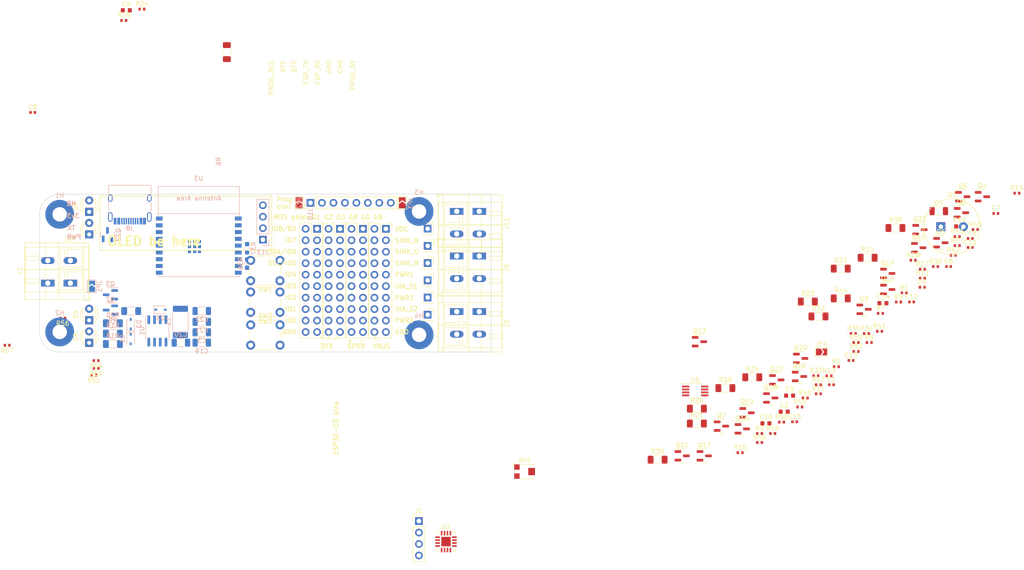
<source format=kicad_pcb>
(kicad_pcb (version 20211014) (generator pcbnew)
  (layers (0 "F.Cu" signal) (31 "B.Cu" signal) (34 "B.Paste" user) (35 "F.Paste" user) (36 "B.SilkS" user "B.Silkscreen") (37 "F.SilkS" user "F.Silkscreen") (38 "B.Mask" user) (39 "F.Mask" user) (44 "Edge.Cuts" user))
  (net 0 "")
  (net 1 "/OUT3_CTRL")
  (net 2 "Net-(C1-Pad2)")
  (net 3 "Net-(C2-Pad1)")
  (net 4 "Net-(C2-Pad2)")
  (net 5 "GND")
  (net 6 "Net-(C4-Pad1)")
  (net 7 "Net-(C6-Pad2)")
  (net 8 "Net-(C11-Pad2)")
  (net 9 "+3.3V")
  (net 10 "Net-(C14-Pad1)")
  (net 11 "/ESP_EN")
  (net 12 "/SPK_PWM")
  (net 13 "/IO8")
  (net 14 "/PWRIN_LED")
  (net 15 "VBUS")
  (net 16 "Net-(D4-Pad1)")
  (net 17 "Net-(D5-Pad1)")
  (net 18 "Net-(D6-Pad1)")
  (net 19 "Net-(D7-Pad1)")
  (net 20 "/STA_LED")
  (net 21 "Net-(J1-Pad1)")
  (net 22 "Net-(J1-Pad2)")
  (net 23 "Net-(J1-Pad3)")
  (net 24 "Net-(J1-Pad4)")
  (net 25 "Net-(J2-Pad2)")
  (net 26 "/OUT1_PWR")
  (net 27 "/OUT1_GND")
  (net 28 "/IO0")
  (net 29 "/IO1")
  (net 30 "/IO3")
  (net 31 "/IO2")
  (net 32 "/I2C_SCL")
  (net 33 "/I2C_SDA")
  (net 34 "/SYS_RST")
  (net 75 "+VDC")
  (net 84 "/OUT3_PWR")
  (net 91 "Net-(J8-PadA5)")
  (net 92 "Net-(J8-PadA6)")
  (net 93 "Net-(J8-PadA7)")
  (net 95 "Net-(J8-PadB5)")
  (net 97 "/OUT2_PWR")
  (net 98 "/OUT2_GND")
  (net 99 "Net-(J10-Pad1)")
  (net 100 "/RTS")
  (net 101 "/DTR")
  (net 102 "/TARG_TX")
  (net 103 "/TARG_RX")
  (net 104 "Net-(J10-Pad8)")
  (net 105 "/OUTR")
  (net 106 "/OUTG")
  (net 107 "/OUTB")
  (net 108 "Net-(Q1-Pad1)")
  (net 109 "Net-(Q1-Pad2)")
  (net 110 "Net-(Q2-Pad2)")
  (net 111 "Net-(Q5-Pad1)")
  (net 112 "Net-(Q5-Pad2)")
  (net 113 "Net-(Q6-Pad2)")
  (net 114 "Net-(Q7-Pad2)")
  (net 115 "Net-(Q9-Pad2)")
  (net 116 "Net-(Q10-Pad1)")
  (net 117 "Net-(Q10-Pad2)")
  (net 118 "Net-(Q11-Pad2)")
  (net 119 "Net-(Q13-Pad2)")
  (net 120 "Net-(Q14-Pad1)")
  (net 121 "Net-(Q15-Pad1)")
  (net 122 "Net-(Q16-Pad1)")
  (net 123 "Net-(Q16-Pad2)")
  (net 124 "Net-(Q17-Pad2)")
  (net 125 "Net-(Q19-Pad2)")
  (net 126 "/VIN_SHUNTP")
  (net 127 "/VIN_SHUNTN")
  (net 128 "/OUT1_SHUNTP")
  (net 129 "/OUT1_SNUNTN")
  (net 130 "/OUT2_SHUNTP")
  (net 131 "/OUT2_SNUNTN")
  (net 132 "Net-(R50-Pad2)")
  (net 133 "/BUT2")
  (net 134 "/BOOT_BUT1")
  (net 136 "Net-(C7-Pad2)")
  (net 137 "Net-(C16-Pad1)")
  (net 138 "Net-(C16-Pad2)")
  (net 139 "Net-(C17-Pad2)")
  (net 140 "Net-(R29-Pad2)")
  (net 141 "/IO9")
  (net 142 "Net-(D4-Pad2)")
  (net 143 "Net-(Q22-Pad1)")
  (net 144 "Net-(L1-Pad1)")
  (net 145 "/GATE_O1")
  (net 146 "/GATE_O2")
  (net 147 "/GATE_O3")
  (net 148 "/GATE_R")
  (net 149 "/GATE_G")
  (net 150 "/GATE_B")
  (net 151 "/IO7")
  (net 152 "/IO4")
  (net 153 "/SPK_OUTP")
  (net 154 "/SPK_OUTN")
  (net 155 "Net-(J3-Pad1)")
  (net 156 "Net-(J3-Pad2)")
  (net 157 "Net-(J9-Pad1)")
  (net 158 "Net-(J9-Pad2)")
  (net 159 "Net-(J11-Pad1)")
  (net 160 "Net-(J11-Pad2)")
  (footprint "Resistor_SMD:R_0402_1005Metric" (layer "F.Cu") (at 81.04 118.14 180)
    (fp_text reference "R51" (at 0 -1.17) (layer "F.SilkS"))
    (fp_text value "470")
    (pad "1" smd roundrect (at -0.51 0 180) (size 0.54 0.64) (layers "F.Cu" "F.Paste" "F.Mask") (net 5 "GND"))
    (pad "2" smd roundrect (at 0.51 0 180) (size 0.54 0.64) (layers "F.Cu" "F.Paste" "F.Mask") (net 16 "Net-(D4-Pad1)"))
  )
  (footprint "Resistor_SMD:R_1206_3216Metric_Pad1.30x1.75mm_HandSolder" (layer "F.Cu") (at 110.49 46.635 90)
    (fp_text reference "R6" (at -24.22 -1.829882 90) (layer "B.SilkS") (effects (justify mirror)))
    (fp_text value "0R/1206")
    (pad "1" smd roundrect (at -1.55 0 90) (size 1.3 1.75) (layers "F.Cu" "F.Paste" "F.Mask") (roundrect_rratio 0.192308) (net 9 "+3.3V"))
    (pad "2" smd roundrect (at 1.55 0 90) (size 1.3 1.75) (layers "F.Cu" "F.Paste" "F.Mask") (roundrect_rratio 0.192308) (net 3 "Net-(C2-Pad1)"))
  )
  (footprint "Package_TO_SOT_SMD:SOT-23" (layer "F.Cu") (at 230.89 123.2)
    (fp_text reference "Q18" (at 0 -2.4) (layer "F.SilkS"))
    (fp_text value "S9015")
    (pad "1" smd roundrect (at -0.9375 -0.95) (size 1.475 0.6) (layers "F.Cu" "F.Paste" "F.Mask") (net 122 "Net-(Q16-Pad1)"))
    (pad "2" smd roundrect (at -0.9375 0.95) (size 1.475 0.6) (layers "F.Cu" "F.Paste" "F.Mask") (net 123 "Net-(Q16-Pad2)"))
    (pad "3" smd roundrect (at 0.9375 0) (size 1.475 0.6) (layers "F.Cu" "F.Paste" "F.Mask") (net 5 "GND"))
  )
  (footprint "Capacitor_SMD:C_0402_1005Metric" (layer "F.Cu") (at 280.72 82.36)
    (fp_text reference "C7" (at 0 -1.16) (layer "F.SilkS"))
    (fp_text value "DNP")
    (pad "1" smd roundrect (at -0.48 0) (size 0.56 0.62) (layers "F.Cu" "F.Paste" "F.Mask") (net 146 "/GATE_O2"))
    (pad "2" smd roundrect (at 0.48 0) (size 0.56 0.62) (layers "F.Cu" "F.Paste" "F.Mask") (net 136 "Net-(C7-Pad2)"))
  )
  (footprint "Package_TO_SOT_SMD:SOT-23" (layer "F.Cu") (at 251.54 103.58)
    (fp_text reference "Q9" (at 0 -2.4) (layer "F.SilkS"))
    (fp_text value "MMBT2222A")
    (pad "1" smd roundrect (at -0.9375 -0.95) (size 1.475 0.6) (layers "F.Cu" "F.Paste" "F.Mask") (net 7 "Net-(C6-Pad2)"))
    (pad "2" smd roundrect (at -0.9375 0.95) (size 1.475 0.6) (layers "F.Cu" "F.Paste" "F.Mask") (net 115 "Net-(Q9-Pad2)"))
    (pad "3" smd roundrect (at 0.9375 0) (size 1.475 0.6) (layers "F.Cu" "F.Paste" "F.Mask") (net 111 "Net-(Q5-Pad1)"))
  )
  (footprint "Jumper:SolderJumper-2_P1.3mm_Open_TrianglePad1.0x1.5mm" (layer "F.Cu") (at 242.14 113.02)
    (fp_text reference "JP4" (at 0 -1.8) (layer "F.SilkS"))
    (fp_text value "SPK_ENA")
    (pad "1" smd custom (at -0.725 0) (size 0.3 0.3) (layers "F.Cu" "F.Mask") (net 10 "Net-(C14-Pad1)") (options (clearance outline) (anchor rect)) (primitives (gr_poly (pts (xy 1 0) (xy 0.5 0.75) (xy -0.5 0.75) (xy -0.5 -0.75) (xy 0.5 -0.75)) (width 0) (fill yes))))
    (pad "2" smd custom (at 0.725 0) (size 0.3 0.3) (layers "F.Cu" "F.Mask") (net 9 "+3.3V") (options (clearance outline) (anchor rect)) (primitives (gr_poly (pts (xy 0.5 0.75) (xy -0.65 0.75) (xy -0.15 0) (xy -0.65 -0.75) (xy 0.5 -0.75)) (width 0) (fill yes))))
  )
  (footprint "Connector_PinSocket_2.54mm:PinSocket_2x10_P2.54mm_Vertical" (layer "F.Cu") (at 145.7 85.755)
    (fp_text reference "J7" hide)
    (fp_text value "PROTO")
    (pad "1" thru_hole rect (at 0 0) (size 1.7 1.7) (drill 1) (layers *.Cu *.Mask) (net 75 "+VDC"))
    (pad "2" thru_hole oval (at -2.54 0) (size 1.7 1.7) (drill 1) (layers *.Cu *.Mask))
    (pad "3" thru_hole oval (at 0 2.54) (size 1.7 1.7) (drill 1) (layers *.Cu *.Mask))
    (pad "4" thru_hole oval (at -2.54 2.54) (size 1.7 1.7) (drill 1) (layers *.Cu *.Mask))
    (pad "5" thru_hole oval (at 0 5.08) (size 1.7 1.7) (drill 1) (layers *.Cu *.Mask))
    (pad "6" thru_hole oval (at -2.54 5.08) (size 1.7 1.7) (drill 1) (layers *.Cu *.Mask))
    (pad "7" thru_hole oval (at 0 7.62) (size 1.7 1.7) (drill 1) (layers *.Cu *.Mask))
    (pad "8" thru_hole oval (at -2.54 7.62) (size 1.7 1.7) (drill 1) (layers *.Cu *.Mask))
    (pad "9" thru_hole oval (at 0 10.16) (size 1.7 1.7) (drill 1) (layers *.Cu *.Mask))
    (pad "10" thru_hole oval (at -2.54 10.16) (size 1.7 1.7) (drill 1) (layers *.Cu *.Mask) (net 5 "GND"))
    (pad "11" thru_hole oval (at 0 12.7) (size 1.7 1.7) (drill 1) (layers *.Cu *.Mask) (net 75 "+VDC"))
    (pad "12" thru_hole oval (at -2.54 12.7) (size 1.7 1.7) (drill 1) (layers *.Cu *.Mask) (net 84 "/OUT3_PWR"))
    (pad "13" thru_hole oval (at 0 15.24) (size 1.7 1.7) (drill 1) (layers *.Cu *.Mask))
    (pad "14" thru_hole oval (at -2.54 15.24) (size 1.7 1.7) (drill 1) (layers *.Cu *.Mask))
    (pad "15" thru_hole oval (at 0 17.78) (size 1.7 1.7) (drill 1) (layers *.Cu *.Mask))
    (pad "16" thru_hole oval (at -2.54 17.78) (size 1.7 1.7) (drill 1) (layers *.Cu *.Mask))
    (pad "17" thru_hole oval (at 0 20.32) (size 1.7 1.7) (drill 1) (layers *.Cu *.Mask))
    (pad "18" thru_hole oval (at -2.54 20.32) (size 1.7 1.7) (drill 1) (layers *.Cu *.Mask))
    (pad "19" thru_hole oval (at 0 22.86) (size 1.7 1.7) (drill 1) (layers *.Cu *.Mask) (net 107 "/OUTB"))
    (pad "20" thru_hole oval (at -2.54 22.86) (size 1.7 1.7) (drill 1) (layers *.Cu *.Mask) (net 5 "GND"))
  )
  (footprint "Capacitor_SMD:C_0402_1005Metric" (layer "F.Cu") (at 275.06 87.9)
    (fp_text reference "C18" (at 0 -1.16) (layer "F.SilkS"))
    (fp_text value "100n")
    (pad "1" smd roundrect (at -0.48 0) (size 0.56 0.62) (layers "F.Cu" "F.Paste" "F.Mask") (net 133 "/BUT2"))
    (pad "2" smd roundrect (at 0.48 0) (size 0.56 0.62) (layers "F.Cu" "F.Paste" "F.Mask") (net 5 "GND"))
  )
  (footprint "Resistor_SMD:R_0402_1005Metric" (layer "F.Cu") (at 249.78 110.93)
    (fp_text reference "R59" (at 0 -1.17) (layer "F.SilkS"))
    (fp_text value "10k")
    (pad "1" smd roundrect (at -0.51 0) (size 0.54 0.64) (layers "F.Cu" "F.Paste" "F.Mask") (net 5 "GND"))
    (pad "2" smd roundrect (at 0.51 0) (size 0.54 0.64) (layers "F.Cu" "F.Paste" "F.Mask") (net 150 "/GATE_B"))
  )
  (footprint "TerminalBlock_WAGO:TerminalBlock_WAGO_236-402_1x02_P5.00mm_45Degree" (layer "F.Cu") (at 166.37 91.79 -90)
    (fp_text reference "J9" (at 2.65 -6.12 90) (layer "F.SilkS"))
    (fp_text value "PWR_OUT_2")
    (pad "1" thru_hole rect (at 0 0 270) (size 1.5 3) (drill 1.15) (layers *.Cu *.Mask) (net 157 "Net-(J9-Pad1)"))
    (pad "1" thru_hole rect (at 0 5 270) (size 1.5 3) (drill 1.15) (layers *.Cu *.Mask) (net 157 "Net-(J9-Pad1)"))
    (pad "2" thru_hole oval (at 5 0 270) (size 1.5 3) (drill 1.15) (layers *.Cu *.Mask) (net 158 "Net-(J9-Pad2)"))
    (pad "2" thru_hole oval (at 5 5 270) (size 1.5 3) (drill 1.15) (layers *.Cu *.Mask) (net 158 "Net-(J9-Pad2)"))
  )
  (footprint "Capacitor_SMD:C_0402_1005Metric" (layer "F.Cu") (at 270.27 94.11)
    (fp_text reference "C6" (at 0 -1.16) (layer "F.SilkS"))
    (fp_text value "DNP")
    (pad "1" smd roundrect (at -0.48 0) (size 0.56 0.62) (layers "F.Cu" "F.Paste" "F.Mask") (net 145 "/GATE_O1"))
    (pad "2" smd roundrect (at 0.48 0) (size 0.56 0.62) (layers "F.Cu" "F.Paste" "F.Mask") (net 7 "Net-(C6-Pad2)"))
  )
  (footprint "Capacitor_SMD:C_0402_1005Metric" (layer "F.Cu") (at 275.06 89.87)
    (fp_text reference "C11" (at 0 -1.16) (layer "F.SilkS"))
    (fp_text value "DNP")
    (pad "1" smd roundrect (at -0.48 0) (size 0.56 0.62) (layers "F.Cu" "F.Paste" "F.Mask") (net 147 "/GATE_O3"))
    (pad "2" smd roundrect (at 0.48 0) (size 0.56 0.62) (layers "F.Cu" "F.Paste" "F.Mask") (net 8 "Net-(C11-Pad2)"))
  )
  (footprint "Resistor_SMD:R_1206_3216Metric_Pad1.30x1.75mm_HandSolder" (layer "F.Cu") (at 246.39 94.57)
    (fp_text reference "R23" (at 0 -1.82) (layer "F.SilkS"))
    (fp_text value "0R/1206")
    (pad "1" smd roundrect (at -1.55 0) (size 1.3 1.75) (layers "F.Cu" "F.Paste" "F.Mask") (roundrect_rratio 0.192308) (net 128 "/OUT1_SHUNTP"))
    (pad "2" smd roundrect (at 1.55 0) (size 1.3 1.75) (layers "F.Cu" "F.Paste" "F.Mask") (roundrect_rratio 0.192308) (net 27 "/OUT1_GND"))
  )
  (footprint "Resistor_SMD:R_0402_1005Metric" (layer "F.Cu") (at 74.14191 105.54 180)
    (fp_text reference "R56" (at 0 -1.17) (layer "F.SilkS"))
    (fp_text value "10k")
    (pad "1" smd roundrect (at -0.51 0 180) (size 0.54 0.64) (layers "F.Cu" "F.Paste" "F.Mask") (net 5 "GND"))
    (pad "2" smd roundrect (at 0.51 0 180) (size 0.54 0.64) (layers "F.Cu" "F.Paste" "F.Mask") (net 18 "Net-(D6-Pad1)"))
  )
  (footprint "Resistor_SMD:R_0402_1005Metric" (layer "F.Cu") (at 259.18 101.96)
    (fp_text reference "R5" (at 0 -1.17) (layer "F.SilkS"))
    (fp_text value "10k")
    (pad "1" smd roundrect (at -0.51 0) (size 0.54 0.64) (layers "F.Cu" "F.Paste" "F.Mask") (net 21 "Net-(J1-Pad1)"))
    (pad "2" smd roundrect (at 0.51 0) (size 0.54 0.64) (layers "F.Cu" "F.Paste" "F.Mask") (net 9 "+3.3V"))
  )
  (footprint "LED_THT:LED_D3.0mm_IRBlack" (layer "F.Cu") (at 80 82 90)
    (fp_text reference "D7" (at 1.27 -2.96 90) (layer "F.SilkS"))
    (fp_text value "LED_0603")
    (pad "1" thru_hole rect (at 0 0 90) (size 1.8 1.8) (drill 0.9) (layers *.Cu *.Mask) (net 19 "Net-(D7-Pad1)"))
    (pad "2" thru_hole circle (at 2.54 0 90) (size 1.8 1.8) (drill 0.9) (layers *.Cu *.Mask) (net 20 "/STA_LED"))
  )
  (footprint "Capacitor_SMD:C_0603_1608Metric" (layer "F.Cu") (at 272.72 85.23)
    (fp_text reference "C17" (at 0 -1.43) (layer "F.SilkS"))
    (fp_text value "10u")
    (pad "1" smd roundrect (at -0.775 0) (size 0.9 0.95) (layers "F.Cu" "F.Paste" "F.Mask") (net 12 "/SPK_PWM"))
    (pad "2" smd roundrect (at 0.775 0) (size 0.9 0.95) (layers "F.Cu" "F.Paste" "F.Mask") (net 139 "Net-(C17-Pad2)"))
  )
  (footprint "Package_TO_SOT_SMD:SOT-23" (layer "F.Cu") (at 215.1 110.75)
    (fp_text reference "Q13" (at 0 -2.4) (layer "F.SilkS"))
    (fp_text value "MMBT2222A")
    (pad "1" smd roundrect (at -0.9375 -0.95) (size 1.475 0.6) (layers "F.Cu" "F.Paste" "F.Mask") (net 136 "Net-(C7-Pad2)"))
    (pad "2" smd roundrect (at -0.9375 0.95) (size 1.475 0.6) (layers "F.Cu" "F.Paste" "F.Mask") (net 119 "Net-(Q13-Pad2)"))
    (pad "3" smd roundrect (at 0.9375 0) (size 1.475 0.6) (layers "F.Cu" "F.Paste" "F.Mask") (net 116 "Net-(Q10-Pad1)"))
  )
  (footprint "Potentiometer_SMD:Potentiometer_Bourns_TC33X_Vertical" (layer "F.Cu") (at 176.5 139.5)
    (fp_text reference "RV1" (at 0 -2.5) (layer "F.SilkS"))
    (fp_text value "10k")
    (pad "1" smd rect (at -1.8 -1) (size 1.2 1.2) (layers "F.Cu" "F.Paste" "F.Mask") (net 10 "Net-(C14-Pad1)"))
    (pad "2" smd rect (at 1.45 0) (size 1.5 1.6) (layers "F.Cu" "F.Paste" "F.Mask") (net 10 "Net-(C14-Pad1)"))
    (pad "3" smd rect (at -1.8 1) (size 1.2 1.2) (layers "F.Cu" "F.Paste" "F.Mask") (net 132 "Net-(R50-Pad2)"))
  )
  (footprint "Buzzer_Beeper:Buzzer_TDK_PS1240P02BT_D12.2mm_H6.5mm" (layer "F.Cu") (at 268.54 85.29)
    (fp_text reference "Q1" (at 2.5 -7.17) (layer "F.SilkS"))
    (fp_text value "MMBT2222A")
    (pad "1" thru_hole rect (at 0 0) (size 2 2) (drill 1) (layers *.Cu *.Mask) (net 108 "Net-(Q1-Pad1)"))
    (pad "2" thru_hole circle (at 5 0) (size 2 2) (drill 1) (layers *.Cu *.Mask) (net 109 "Net-(Q1-Pad2)"))
  )
  (footprint "Connector_PinSocket_2.54mm:PinSocket_2x10_P2.54mm_Vertical" (layer "F.Cu") (at 130.46 85.755)
    (fp_text reference "J4" hide)
    (fp_text value "PROTO")
    (pad "1" thru_hole rect (at 0 0) (size 1.7 1.7) (drill 1) (layers *.Cu *.Mask) (net 9 "+3.3V"))
    (pad "2" thru_hole oval (at -2.54 0) (size 1.7 1.7) (drill 1) (layers *.Cu *.Mask) (net 28 "/IO0"))
    (pad "3" thru_hole oval (at 0 2.54) (size 1.7 1.7) (drill 1) (layers *.Cu *.Mask) (net 29 "/IO1"))
    (pad "4" thru_hole oval (at -2.54 2.54) (size 1.7 1.7) (drill 1) (layers *.Cu *.Mask) (net 30 "/IO3"))
    (pad "5" thru_hole oval (at 0 5.08) (size 1.7 1.7) (drill 1) (layers *.Cu *.Mask) (net 31 "/IO2"))
    (pad "6" thru_hole oval (at -2.54 5.08) (size 1.7 1.7) (drill 1) (layers *.Cu *.Mask) (net 32 "/I2C_SCL"))
    (pad "7" thru_hole oval (at 0 7.62) (size 1.7 1.7) (drill 1) (layers *.Cu *.Mask) (net 33 "/I2C_SDA"))
    (pad "8" thru_hole oval (at -2.54 7.62) (size 1.7 1.7) (drill 1) (layers *.Cu *.Mask) (net 34 "/SYS_RST"))
    (pad "9" thru_hole oval (at 0 10.16) (size 1.7 1.7) (drill 1) (layers *.Cu *.Mask) (net 13 "/IO8"))
    (pad "10" thru_hole oval (at -2.54 10.16) (size 1.7 1.7) (drill 1) (layers *.Cu *.Mask) (net 5 "GND"))
    (pad "11" thru_hole oval (at 0 12.7) (size 1.7 1.7) (drill 1) (layers *.Cu *.Mask) (net 9 "+3.3V"))
    (pad "12" thru_hole oval (at -2.54 12.7) (size 1.7 1.7) (drill 1) (layers *.Cu *.Mask))
    (pad "13" thru_hole oval (at 0 15.24) (size 1.7 1.7) (drill 1) (layers *.Cu *.Mask))
    (pad "14" thru_hole oval (at -2.54 15.24) (size 1.7 1.7) (drill 1) (layers *.Cu *.Mask))
    (pad "15" thru_hole oval (at 0 17.78) (size 1.7 1.7) (drill 1) (layers *.Cu *.Mask))
    (pad "16" thru_hole oval (at -2.54 17.78) (size 1.7 1.7) (drill 1) (layers *.Cu *.Mask))
    (pad "17" thru_hole oval (at 0 20.32) (size 1.7 1.7) (drill 1) (layers *.Cu *.Mask))
    (pad "18" thru_hole oval (at -2.54 20.32) (size 1.7 1.7) (drill 1) (layers *.Cu *.Mask))
    (pad "19" thru_hole oval (at 0 22.86) (size 1.7 1.7) (drill 1) (layers *.Cu *.Mask))
    (pad "20" thru_hole oval (at -2.54 22.86) (size 1.7 1.7) (drill 1) (layers *.Cu *.Mask) (net 5 "GND"))
  )
  (footprint "Resistor_SMD:R_0402_1005Metric" (layer "F.Cu") (at 228.42 133.06)
    (fp_text reference "R46" (at 0 -1.17) (layer "F.SilkS"))
    (fp_text value "470")
    (pad "1" smd roundrect (at -0.51 0) (size 0.54 0.64) (layers "F.Cu" "F.Paste" "F.Mask") (net 5 "GND"))
    (pad "2" smd roundrect (at 0.51 0) (size 0.54 0.64) (layers "F.Cu" "F.Paste" "F.Mask") (net 125 "Net-(Q19-Pad2)"))
  )
  (footprint "Capacitor_SMD:C_0603_1608Metric" (layer "F.Cu") (at 255.72 102.22)
    (fp_text reference "C14" (at 0 -1.43) (layer "F.SilkS"))
    (fp_text value "10u")
    (pad "1" smd roundrect (at -0.775 0) (size 0.9 0.95) (layers "F.Cu" "F.Paste" "F.Mask") (net 10 "Net-(C14-Pad1)"))
    (pad "2" smd roundrect (at 0.775 0) (size 0.9 0.95) (layers "F.Cu" "F.Paste" "F.Mask") (net 5 "GND"))
  )
  (footprint "Resistor_SMD:R_0402_1005Metric" (layer "F.Cu") (at 271.29 91.61)
    (fp_text reference "R42" (at 0 -1.17) (layer "F.SilkS"))
    (fp_text value "15k")
    (pad "1" smd roundrect (at -0.51 0) (size 0.54 0.64) (layers "F.Cu" "F.Paste" "F.Mask") (net 122 "Net-(Q16-Pad1)"))
    (pad "2" smd roundrect (at 0.51 0) (size 0.54 0.64) (layers "F.Cu" "F.Paste" "F.Mask") (net 75 "+VDC"))
  )
  (footprint "Resistor_SMD:R_0402_1005Metric" (layer "F.Cu") (at 228.42 131.07)
    (fp_text reference "R3" (at 0 -1.17) (layer "F.SilkS"))
    (fp_text value "10k")
    (pad "1" smd roundrect (at -0.51 0) (size 0.54 0.64) (layers "F.Cu" "F.Paste" "F.Mask") (net 23 "Net-(J1-Pad3)"))
    (pad "2" smd roundrect (at 0.51 0) (size 0.54 0.64) (layers "F.Cu" "F.Paste" "F.Mask") (net 9 "+3.3V"))
  )
  (footprint "Resistor_SMD:R_0402_1005Metric" (layer "F.Cu") (at 241.44 120.29)
    (fp_text reference "R47" (at 0 -1.17) (layer "F.SilkS"))
    (fp_text value "10k")
    (pad "1" smd roundrect (at -0.51 0) (size 0.54 0.64) (layers "F.Cu" "F.Paste" "F.Mask") (net 5 "GND"))
    (pad "2" smd roundrect (at 0.51 0) (size 0.54 0.64) (layers "F.Cu" "F.Paste" "F.Mask") (net 148 "/GATE_R"))
  )
  (footprint "Resistor_SMD:R_0402_1005Metric" (layer "F.Cu") (at 243.79 118.3)
    (fp_text reference "R13" (at 0 -1.17) (layer "F.SilkS"))
    (fp_text value "470")
    (pad "1" smd roundrect (at -0.51 0) (size 0.54 0.64) (layers "F.Cu" "F.Paste" "F.Mask") (net 5 "GND"))
    (pad "2" smd roundrect (at 0.51 0) (size 0.54 0.64) (layers "F.Cu" "F.Paste" "F.Mask") (net 113 "Net-(Q6-Pad2)"))
  )
  (footprint "Resistor_SMD:R_1206_3216Metric_Pad1.30x1.75mm_HandSolder" (layer "F.Cu") (at 205.85 136.87)
    (fp_text reference "R35" (at 0 -1.82) (layer "F.SilkS"))
    (fp_text value "0R/1206")
    (pad "1" smd roundrect (at -1.55 0) (size 1.3 1.75) (layers "F.Cu" "F.Paste" "F.Mask") (roundrect_rratio 0.192308) (net 130 "/OUT2_SHUNTP"))
    (pad "2" smd roundrect (at 1.55 0) (size 1.3 1.75) (layers "F.Cu" "F.Paste" "F.Mask") (roundrect_rratio 0.192308) (net 98 "/OUT2_GND"))
  )
  (footprint "Resistor_SMD:R_0402_1005Metric" (layer "F.Cu") (at 262.42 92.72)
    (fp_text reference "R28" (at 0 -1.17) (layer "F.SilkS"))
    (fp_text value "470")
    (pad "1" smd roundrect (at -0.51 0) (size 0.54 0.64) (layers "F.Cu" "F.Paste" "F.Mask") (net 95 "Net-(J8-PadB5)"))
    (pad "2" smd roundrect (at 0.51 0) (size 0.54 0.64) (layers "F.Cu" "F.Paste" "F.Mask") (net 5 "GND"))
  )
  (footprint "Resistor_SMD:R_0402_1005Metric" (layer "F.Cu") (at 272.17 87.48)
    (fp_text reference "R43" (at 0 -1.17) (layer "F.SilkS"))
    (fp_text value "10k")
    (pad "1" smd roundrect (at -0.51 0) (size 0.54 0.64) (layers "F.Cu" "F.Paste" "F.Mask") (net 8 "Net-(C11-Pad2)"))
    (pad "2" smd roundrect (at 0.51 0) (size 0.54 0.64) (layers "F.Cu" "F.Paste" "F.Mask") (net 147 "/GATE_O3"))
  )
  (footprint "Capacitor_SMD:C_0402_1005Metric" (layer "F.Cu") (at 67.5 60)
    (fp_text reference "C8" (at 0 -1.16) (layer "F.SilkS"))
    (fp_text value "100n")
    (pad "1" smd roundrect (at -0.48 0) (size 0.56 0.62) (layers "F.Cu" "F.Paste" "F.Mask") (net 9 "+3.3V"))
    (pad "2" smd roundrect (at 0.48 0) (size 0.56 0.62) (layers "F.Cu" "F.Paste" "F.Mask") (net 5 "GND"))
  )
  (footprint "Connector_PinSocket_2.54mm:PinSocket_1x01_P2.54mm_Vertical" (layer "F.Cu") (at 154.94 104.775)
    (fp_text reference "TP2" hide)
    (fp_text value "TestPoint")
    (pad "1" thru_hole rect (at 0 0) (size 1.7 1.7) (drill 1) (layers *.Cu *.Mask) (net 156 "Net-(J3-Pad2)"))
  )
  (footprint "Package_TO_SOT_SMD:SOT-23" (layer "F.Cu") (at 273.4 78.65)
    (fp_text reference "Q6" (at 0 -2.4) (layer "F.SilkS"))
    (fp_text value "MMBT2222A")
    (pad "1" smd roundrect (at -0.9375 -0.95) (size 1.475 0.6) (layers "F.Cu" "F.Paste" "F.Mask") (net 2 "Net-(C1-Pad2)"))
    (pad "2" smd roundrect (at -0.9375 0.95) (size 1.475 0.6) (layers "F.Cu" "F.Paste" "F.Mask") (net 113 "Net-(Q6-Pad2)"))
    (pad "3" smd roundrect (at 0.9375 0) (size 1.475 0.6) (layers "F.Cu" "F.Paste" "F.Mask") (net 108 "Net-(Q1-Pad1)"))
  )
  (footprint "Resistor_SMD:R_1206_3216Metric_Pad1.30x1.75mm_HandSolder" (layer "F.Cu") (at 241.45 105.15)
    (fp_text reference "R32" (at 0 -1.82) (layer "F.SilkS"))
    (fp_text value "0R/1206")
    (pad "1" smd roundrect (at -1.55 0) (size 1.3 1.75) (layers "F.Cu" "F.Paste" "F.Mask") (roundrect_rratio 0.192308) (net 118 "Net-(Q11-Pad2)"))
    (pad "2" smd roundrect (at 1.55 0) (size 1.3 1.75) (layers "F.Cu" "F.Paste" "F.Mask") (roundrect_rratio 0.192308) (net 97 "/OUT2_PWR"))
  )
  (footprint "Resistor_SMD:R_0402_1005Metric" (layer "F.Cu") (at 87.67 39.63)
    (fp_text reference "R29" (at 0 -1.17) (layer "F.SilkS"))
    (fp_text value "470")
    (pad "1" smd roundrect (at -0.51 0) (size 0.54 0.64) (layers "F.Cu" "F.Paste" "F.Mask") (net 102 "/TARG_TX"))
    (pad "2" smd roundrect (at 0.51 0) (size 0.54 0.64) (layers "F.Cu" "F.Paste" "F.Mask") (net 140 "Net-(R29-Pad2)"))
  )
  (footprint "Package_TO_SOT_SMD:SOT-23" (layer "F.Cu") (at 225.64 126.49)
    (fp_text reference "Q19" (at 0 -2.4) (layer "F.SilkS"))
    (fp_text value "MMBT2222A")
    (pad "1" smd roundrect (at -0.9375 -0.95) (size 1.475 0.6) (layers "F.Cu" "F.Paste" "F.Mask") (net 8 "Net-(C11-Pad2)"))
    (pad "2" smd roundrect (at -0.9375 0.95) (size 1.475 0.6) (layers "F.Cu" "F.Paste" "F.Mask") (net 125 "Net-(Q19-Pad2)"))
    (pad "3" smd roundrect (at 0.9375 0) (size 1.475 0.6) (layers "F.Cu" "F.Paste" "F.Mask") (net 122 "Net-(Q16-Pad1)"))
  )
  (footprint "Package_TO_SOT_SMD:SOT-23" (layer "F.Cu") (at 256.79 95.64)
    (fp_text reference "Q14" (at 0 -2.4) (layer "F.SilkS"))
    (fp_text value "MMBT2222A")
    (pad "1" smd roundrect (at -0.9375 -0.95) (size 1.475 0.6) (layers "F.Cu" "F.Paste" "F.Mask") (net 120 "Net-(Q14-Pad1)"))
    (pad "2" smd roundrect (at -0.9375 0.95) (size 1.475 0.6) (layers "F.Cu" "F.Paste" "F.Mask") (net 100 "/RTS"))
    (pad "3" smd roundrect (at 0.9375 0) (size 1.475 0.6) (layers "F.Cu" "F.Paste" "F.Mask") (net 11 "/ESP_EN"))
  )
  (footprint "Resistor_SMD:R_0402_1005Metric" (layer "F.Cu") (at 276.18 85.92)
    (fp_text reference "R45" (at 0 -1.17) (layer "F.SilkS"))
    (fp_text value "10k")
    (pad "1" smd roundrect (at -0.51 0) (size 0.54 0.64) (layers "F.Cu" "F.Paste" "F.Mask") (net 5 "GND"))
    (pad "2" smd roundrect (at 0.51 0) (size 0.54 0.64) (layers "F.Cu" "F.Paste" "F.Mask") (net 8 "Net-(C11-Pad2)"))
  )
  (footprint "Resistor_SMD:R_0402_1005Metric" (layer "F.Cu") (at 249.17 108.94)
    (fp_text reference "R31" (at 0 -1.17) (layer "F.SilkS"))
    (fp_text value "10k")
    (pad "1" smd roundrect (at -0.51 0) (size 0.54 0.64) (layers "F.Cu" "F.Paste" "F.Mask") (net 136 "Net-(C7-Pad2)"))
    (pad "2" smd roundrect (at 0.51 0) (size 0.54 0.64) (layers "F.Cu" "F.Paste" "F.Mask") (net 146 "/GATE_O2"))
  )
  (footprint "Package_TO_SOT_SMD:SOT-23" (layer "F.Cu") (at 216.16 136.02)
    (fp_text reference "Q17" (at 0 -2.4) (layer "F.SilkS"))
    (fp_text value "WST03P06")
    (pad "1" smd roundrect (at -0.9375 -0.95) (size 1.475 0.6) (layers "F.Cu" "F.Paste" "F.Mask") (net 123 "Net-(Q16-Pad2)"))
    (pad "2" smd roundrect (at -0.9375 0.95) (size 1.475 0.6) (layers "F.Cu" "F.Paste" "F.Mask") (net 124 "Net-(Q17-Pad2)"))
    (pad "3" smd roundrect (at 0.9375 0) (size 1.475 0.6) (layers "F.Cu" "F.Paste" "F.Mask") (net 75 "+VDC"))
  )
  (footprint "Connector_PinSocket_2.54mm:PinSocket_1x01_P2.54mm_Vertical" (layer "F.Cu") (at 154.94 89.535)
    (fp_text reference "TP6" hide)
    (fp_text value "TestPoint")
    (pad "1" thru_hole rect (at 0 0) (size 1.7 1.7) (drill 1) (layers *.Cu *.Mask) (net 160 "Net-(J11-Pad2)"))
  )
  (footprint "Connector_PinHeader_2.54mm:PinHeader_1x04_P2.54mm_Vertical" (layer "F.Cu") (at 153 150.46)
    (fp_text reference "J1" (at 0 -2.33) (layer "F.SilkS"))
    (fp_text value "INA_STATE")
    (pad "1" thru_hole rect (at 0 0) (size 1.7 1.7) (drill 1) (layers *.Cu *.Mask) (net 21 "Net-(J1-Pad1)"))
    (pad "2" thru_hole oval (at 0 2.54) (size 1.7 1.7) (drill 1) (layers *.Cu *.Mask) (net 22 "Net-(J1-Pad2)"))
    (pad "3" thru_hole oval (at 0 5.08) (size 1.7 1.7) (drill 1) (layers *.Cu *.Mask) (net 23 "Net-(J1-Pad3)"))
    (pad "4" thru_hole oval (at 0 7.62) (size 1.7 1.7) (drill 1) (layers *.Cu *.Mask) (net 24 "Net-(J1-Pad4)"))
  )
  (footprint "Capacitor_SMD:C_0402_1005Metric" (layer "F.Cu") (at 248.66 114.9)
    (fp_text reference "C13" (at 0 -1.16) (layer "F.SilkS"))
    (fp_text value "100n")
    (pad "1" smd roundrect (at -0.48 0) (size 0.56 0.62) (layers "F.Cu" "F.Paste" "F.Mask") (net 134 "/BOOT_BUT1"))
    (pad "2" smd roundrect (at 0.48 0) (size 0.56 0.62) (layers "F.Cu" "F.Paste" "F.Mask") (net 5 "GND"))
  )
  (footprint "TerminalBlock_WAGO:TerminalBlock_WAGO_236-402_1x02_P5.00mm_45Degree" (layer "F.Cu") (at 70.84191 97.79 90)
    (fp_text reference "J2" (at 2.65 -6.12 90) (layer "F.SilkS"))
    (fp_text value "PWR_IN")
    (pad "1" thru_hole rect (at 0 0 90) (size 1.5 3) (drill 1.15) (layers *.Cu *.Mask) (net 14 "/PWRIN_LED"))
    (pad "1" thru_hole rect (at 0 5 90) (size 1.5 3) (drill 1.15) (layers *.Cu *.Mask) (net 14 "/PWRIN_LED"))
    (pad "2" thru_hole oval (at 5 5 90) (size 1.5 3) (drill 1.15) (layers *.Cu *.Mask) (net 25 "Net-(J2-Pad2)"))
    (pad "2" thru_hole oval (at 5 0 90) (size 1.5 3) (drill 1.15) (layers *.Cu *.Mask) (net 25 "Net-(J2-Pad2)"))
  )
  (footprint "Resistor_SMD:R_0402_1005Metric" (layer "F.Cu") (at 238.53 123.21)
    (fp_text reference "R40" (at 0 -1.17) (layer "F.SilkS"))
    (fp_text value "10k")
    (pad "1" smd roundrect (at -0.51 0) (size 0.54 0.64) (layers "F.Cu" "F.Paste" "F.Mask") (net 101 "/DTR"))
    (pad "2" smd roundrect (at 0.51 0) (size 0.54 0.64) (layers "F.Cu" "F.Paste" "F.Mask") (net 120 "Net-(Q14-Pad1)"))
  )
  (footprint "Package_SO:MSOP-8_3x3mm_P0.65mm" (layer "F.Cu") (at 214.17 121.65)
    (fp_text reference "U5" (at 0 -2.45) (layer "F.SilkS"))
    (fp_text value "PAM8302AAD")
    (pad "1" smd roundrect (at -2.1125 -0.975) (size 1.625 0.4) (layers "F.Cu" "F.Paste" "F.Mask") (net 9 "+3.3V"))
    (pad "2" smd roundrect (at -2.1125 -0.325) (size 1.625 0.4) (layers "F.Cu" "F.Paste" "F.Mask"))
    (pad "3" smd roundrect (at -2.1125 0.325) (size 1.625 0.4) (layers "F.Cu" "F.Paste" "F.Mask") (net 138 "Net-(C16-Pad2)"))
    (pad "4" smd roundrect (at -2.1125 0.975) (size 1.625 0.4) (layers "F.Cu" "F.Paste" "F.Mask") (net 139 "Net-(C17-Pad2)"))
    (pad "5" smd roundrect (at 2.1125 0.975) (size 1.625 0.4) (layers "F.Cu" "F.Paste" "F.Mask") (net 153 "/SPK_OUTP"))
    (pad "6" smd roundrect (at 2.1125 0.325) (size 1.625 0.4) (layers "F.Cu" "F.Paste" "F.Mask") (net 10 "Net-(C14-Pad1)"))
    (pad "7" smd roundrect (at 2.1125 -0.325) (size 1.625 0.4) (layers "F.Cu" "F.Paste" "F.Mask") (net 5 "GND"))
    (pad "8" smd roundrect (at 2.1125 -0.975) (size 1.625 0.4) (layers "F.Cu" "F.Paste" "F.Mask") (net 154 "/SPK_OUTN"))
  )
  (footprint "Resistor_SMD:R_0402_1005Metric" (layer "F.Cu") (at 285.39 77.87)
    (fp_text reference "R14" (at 0 -1.17) (layer "F.SilkS"))
    (fp_text value "10k")
    (pad "1" smd roundrect (at -0.51 0) (size 0.54 0.64) (layers "F.Cu" "F.Paste" "F.Mask") (net 5 "GND"))
    (pad "2" smd roundrect (at 0.51 0) (size 0.54 0.64) (layers "F.Cu" "F.Paste" "F.Mask") (net 4 "Net-(C2-Pad2)"))
  )
  (footprint "Package_TO_SOT_SMD:SOT-23" (layer "F.Cu") (at 237.52 114.45)
    (fp_text reference "Q20" (at 0 -2.4) (layer "F.SilkS"))
    (fp_text value "AO3400A")
    (pad "1" smd roundrect (at -0.9375 -0.95) (size 1.475 0.6) (layers "F.Cu" "F.Paste" "F.Mask") (net 148 "/GATE_R"))
    (pad "2" smd roundrect (at -0.9375 0.95) (size 1.475 0.6) (layers "F.Cu" "F.Paste" "F.Mask") (net 5 "GND"))
    (pad "3" smd roundrect (at 0.9375 0) (size 1.475 0.6) (layers "F.Cu" "F.Paste" "F.Mask") (net 105 "/OUTR"))
  )
  (footprint "Resistor_SMD:R_0402_1005Metric" (layer "F.Cu") (at 260.42 99.96)
    (fp_text reference "R1" (at 0 -1.17) (layer "F.SilkS"))
    (fp_text value "15k")
    (pad "1" smd roundrect (at -0.51 0) (size 0.54 0.64) (layers "F.Cu" "F.Paste" "F.Mask") (net 108 "Net-(Q1-Pad1)"))
    (pad "2" smd roundrect (at 0.51 0) (size 0.54 0.64) (layers "F.Cu" "F.Paste" "F.Mask") (net 14 "/PWRIN_LED"))
  )
  (footprint "TerminalBlock_WAGO:TerminalBlock_WAGO_236-402_1x02_P5.00mm_45Degree" (layer "F.Cu") (at 166.37 81.89 -90)
    (fp_text reference "J11" (at 2.65 -6.12 90) (layer "F.SilkS"))
    (fp_text value "PWR_OUT_3")
    (pad "1" thru_hole rect (at 0 5 270) (size 1.5 3) (drill 1.15) (layers *.Cu *.Mask) (net 159 "Net-(J11-Pad1)"))
    (pad "1" thru_hole rect (at 0 0 270) (size 1.5 3) (drill 1.15) (layers *.Cu *.Mask) (net 159 "Net-(J11-Pad1)"))
    (pad "2" thru_hole oval (at 5 0 270) (size 1.5 3) (drill 1.15) (layers *.Cu *.Mask) (net 160 "Net-(J11-Pad2)"))
    (pad "2" thru_hole oval (at 5 5 270) (size 1.5 3) (drill 1.15) (layers *.Cu *.Mask) (net 160 "Net-(J11-Pad2)"))
  )
  (footprint "Resistor_SMD:R_1206_3216Metric_Pad1.30x1.75mm_HandSolder" (layer "F.Cu") (at 252.34 92.16)
    (fp_text reference "R15" (at 0 -1.82) (layer "F.SilkS"))
    (fp_text value "0R/1206")
    (pad "1" smd roundrect (at -1.55 0) (size 1.3 1.75) (layers "F.Cu" "F.Paste" "F.Mask") (roundrect_rratio 0.192308) (net 114 "Net-(Q7-Pad2)"))
    (pad "2" smd roundrect (at 1.55 0) (size 1.3 1.75) (layers "F.Cu" "F.Paste" "F.Mask") (roundrect_rratio 0.192308) (net 26 "/OUT1_PWR"))
  )
  (footprint "Resistor_SMD:R_0402_1005Metric" (layer "F.Cu") (at 241.44 122.28)
    (fp_text reference "R11" (at 0 -1.17) (layer "F.SilkS"))
    (fp_text value "10k")
    (pad "1" smd roundrect (at -0.51 0) (size 0.54 0.64) (layers "F.Cu" "F.Paste" "F.Mask") (net 5 "GND"))
    (pad "2" smd roundrect (at 0.51 0) (size 0.54 0.64) (layers "F.Cu" "F.Paste" "F.Mask") (net 2 "Net-(C1-Pad2)"))
  )
  (footprint "Resistor_SMD:R_0402_1005Metric" (layer "F.Cu") (at 272.17 89.47)
    (fp_text reference "R27" (at 0 -1.17) (layer "F.SilkS"))
    (fp_text value "470")
    (pad "1" smd roundrect (at -0.51 0) (size 0.54 0.64) (layers "F.Cu" "F.Paste" "F.Mask") (net 91 "Net-(J8-PadA5)"))
    (pad "2" smd roundrect (at 0.51 0) (size 0.54 0.64) (layers "F.Cu" "F.Paste" "F.Mask") (net 5 "GND"))
  )
  (footprint "Connector_PinSocket_2.54mm:PinSocket_2x10_P2.54mm_Vertical" (layer "F.Cu") (at 135.54 85.755)
    (fp_text reference "J5" hide)
    (fp_text value "PROTO")
    (pad "1" thru_hole rect (at 0 0) (size 1.7 1.7) (drill 1) (layers *.Cu *.Mask) (net 9 "+3.3V"))
    (pad "2" thru_hole oval (at -2.54 0) (size 1.7 1.7) (drill 1) (layers *.Cu *.Mask))
    (pad "3" thru_hole oval (at 0 2.54) (size 1.7 1.7) (drill 1) (layers *.Cu *.Mask))
    (pad "4" thru_hole oval (at -2.54 2.54) (size 1.7 1.7) (drill 1) (layers *.Cu *.Mask))
    (pad "5" thru_hole oval (at 0 5.08) (size 1.7 1.7) (drill 1) (layers *.Cu *.Mask))
    (pad "6" thru_hole oval (at -2.54 5.08) (size 1.7 1.7) (drill 1) (layers *.Cu *.Mask))
    (pad "7" thru_hole oval (at 0 7.62) (size 1.7 1.7) (drill 1) (layers *.Cu *.Mask))
    (pad "8" thru_hole oval (at -2.54 7.62) (size 1.7 1.7) (drill 1) (layers *.Cu *.Mask))
    (pad "9" thru_hole oval (at 0 10.16) (size 1.7 1.7) (drill 1) (layers *.Cu *.Mask))
    (pad "10" thru_hole oval (at -2.54 10.16) (size 1.7 1.7) (drill 1) (layers *.Cu *.Mask) (net 5 "GND"))
    (pad "11" thru_hole oval (at 0 12.7) (size 1.7 1.7) (drill 1) (layers *.Cu *.Mask) (net 9 "+3.3V"))
    (pad "12" thru_hole oval (at -2.54 12.7) (size 1.7 1.7) (drill 1) (layers *.Cu *.Mask))
    (pad "13" thru_hole oval (at 0 15.24) (size 1.7 1.7) (drill 1) (layers *.Cu *.Mask))
    (pad "14" thru_hole oval (at -2.54 15.24) (size 1.7 1.7) (drill 1) (layers *.Cu *.Mask))
    (pad "15" thru_hole oval (at 0 17.78) (size 1.7 1.7) (drill 1) (layers *.Cu *.Mask))
    (pad "16" thru_hole oval (at -2.54 17.78) (size 1.7 1.7) (drill 1) (layers *.Cu *.Mask))
    (pad "17" thru_hole oval (at 0 20.32) (size 1.7 1.7) (drill 1) (layers *.Cu *.Mask))
    (pad "18" thru_hole oval (at -2.54 20.32) (size 1.7 1.7) (drill 1) (layers *.Cu *.Mask))
    (pad "19" thru_hole oval (at 0 22.86) (size 1.7 1.7) (drill 1) (layers *.Cu *.Mask))
    (pad "20" thru_hole oval (at -2.54 22.86) (size 1.7 1.7) (drill 1) (layers *.Cu *.Mask) (net 5 "GND"))
  )
  (footprint "Capacitor_SMD:C_0402_1005Metric" (layer "F.Cu") (at 244.33 120.28)
    (fp_text reference "C1" (at 0 -1.16) (layer "F.SilkS"))
    (fp_text value "DNP")
    (pad "1" smd roundrect (at -0.48 0) (size 0.56 0.62) (layers "F.Cu" "F.Paste" "F.Mask") (net 1 "/OUT3_CTRL"))
    (pad "2" smd roundrect (at 0.48 0) (size 0.56 0.62) (layers "F.Cu" "F.Paste" "F.Mask") (net 2 "Net-(C1-Pad2)"))
  )
  (footprint "Button_Switch_THT:SW_PUSH_6mm_H4.3mm" (layer "F.Cu") (at 122.25 104.25 180)
    (fp_text reference "SW2" (at 3.25 -2) (layer "F.SilkS"))
    (fp_text value "BOOT/B1")
    (pad "1" thru_hole circle (at 6.5 0 270) (size 2 2) (drill 1.1) (layers *.Cu *.Mask) (net 5 "GND"))
    (pad "1" thru_hole circle (at 0 0 270) (size 2 2) (drill 1.1) (layers *.Cu *.Mask) (net 5 "GND"))
    (pad "2" thru_hole circle (at 6.5 4.5 270) (size 2 2) (drill 1.1) (layers *.Cu *.Mask) (net 134 "/BOOT_BUT1"))
    (pad "2" thru_hole circle (at 0 4.5 270) (size 2 2) (drill 1.1) (layers *.Cu *.Mask) (net 134 "/BOOT_BUT1"))
  )
  (footprint "Connector_PinSocket_2.54mm:PinSocket_2x10_P2.54mm_Vertical" (layer "F.Cu") (at 140.62 85.755)
    (fp_text reference "J6" hide)
    (fp_text value "PROTO")
    (pad "1" thru_hole rect (at 0 0) (size 1.7 1.7) (drill 1) (layers *.Cu *.Mask) (net 15 "VBUS"))
    (pad "2" thru_hole oval (at -2.54 0) (size 1.7 1.7) (drill 1) (layers *.Cu *.Mask))
    (pad "3" thru_hole oval (at 0 2.54) (size 1.7 1.7) (drill 1) (layers *.Cu *.Mask))
    (pad "4" thru_hole oval (at -2.54 2.54) (size 1.7 1.7) (drill 1) (layers *.Cu *.Mask))
    (pad "5" thru_hole oval (at 0 5.08) (size 1.7 1.7) (drill 1) (layers *.Cu *.Mask))
    (pad "6" thru_hole oval (at -2.54 5.08) (size 1.7 1.7) (drill 1) (layers *.Cu *.Mask))
    (pad "7" thru_hole oval (at 0 7.62) (size 1.7 1.7) (drill 1) (layers *.Cu *.Mask))
    (pad "8" thru_hole oval (at -2.54 7.62) (size 1.7 1.7) (drill 1) (layers *.Cu *.Mask))
    (pad "9" thru_hole oval (at 0 10.16) (size 1.7 1.7) (drill 1) (layers *.Cu *.Mask))
    (pad "10" thru_hole oval (at -2.54 10.16) (size 1.7 1.7) (drill 1) (layers *.Cu *.Mask) (net 5 "GND"))
    (pad "11" thru_hole oval (at 0 12.7) (size 1.7 1.7) (drill 1) (layers *.Cu *.Mask) (net 15 "VBUS"))
    (pad "12" thru_hole oval (at -2.54 12.7) (size 1.7 1.7) (drill 1) (layers *.Cu *.Mask))
    (pad "13" thru_hole oval (at 0 15.24) (size 1.7 1.7) (drill 1) (layers *.Cu *.Mask))
    (pad "14" thru_hole oval (at -2.54 15.24) (size 1.7 1.7) (drill 1) (layers *.Cu *.Mask))
    (pad "15" thru_hole oval (at 0 17.78) (size 1.7 1.7) (drill 1) (layers *.Cu *.Mask))
    (pad "16" thru_hole oval (at -2.54 17.78) (size 1.7 1.7) (drill 1) (layers *.Cu *.Mask))
    (pad "17" thru_hole oval (at 0 20.32) (size 1.7 1.7) (drill 1) (layers *.Cu *.Mask))
    (pad "18" thru_hole oval (at -2.54 20.32) (size 1.7 1.7) (drill 1) (layers *.Cu *.Mask))
    (pad "19" thru_hole oval (at 0 22.86) (size 1.7 1.7) (drill 1) (layers *.Cu *.Mask))
    (pad "20" thru_hole oval (at -2.54 22.86) (size 1.7 1.7) (drill 1) (layers *.Cu *.Mask) (net 5 "GND"))
  )
  (footprint "Resistor_SMD:R_0402_1005Metric" (layer "F.Cu") (at 264.43 98.69)
    (fp_text reference "R4" (at 0 -1.17) (layer "F.SilkS"))
    (fp_text value "10k")
    (pad "1" smd roundrect (at -0.51 0) (size 0.54 0.64) (layers "F.Cu" "F.Paste" "F.Mask") (net 22 "Net-(J1-Pad2)"))
    (pad "2" smd roundrect (at 0.51 0) (size 0.54 0.64) (layers "F.Cu" "F.Paste" "F.Mask") (net 9 "+3.3V"))
  )
  (footprint "Resistor_SMD:R_0402_1005Metric" (layer "F.Cu") (at 81.54 116.64 180)
    (fp_text reference "R60" (at 0 -1.17) (layer "F.SilkS"))
    (fp_text value "10k")
    (pad "1" smd roundrect (at -0.51 0 180) (size 0.54 0.64) (layers "F.Cu" "F.Paste" "F.Mask") (net 102 "/TARG_TX"))
    (pad "2" smd roundrect (at 0.51 0 180) (size 0.54 0.64) (layers "F.Cu" "F.Paste" "F.Mask") (net 143 "Net-(Q22-Pad1)"))
  )
  (footprint "Resistor_SMD:R_0402_1005Metric" (layer "F.Cu") (at 91.68 37.12)
    (fp_text reference "R24" (at 0 -1.17) (layer "F.SilkS"))
    (fp_text value "10k")
    (pad "1" smd roundrect (at -0.51 0) (size 0.54 0.64) (layers "F.Cu" "F.Paste" "F.Mask") (net 11 "/ESP_EN"))
    (pad "2" smd roundrect (at 0.51 0) (size 0.54 0.64) (layers "F.Cu" "F.Paste" "F.Mask") (net 9 "+3.3V"))
  )
  (footprint "Resistor_SMD:R_0402_1005Metric" (layer "F.Cu") (at 245.43 116.29)
    (fp_text reference "R2" (at 0 -1.17) (layer "F.SilkS"))
    (fp_text value "10k")
    (pad "1" smd roundrect (at -0.51 0) (size 0.54 0.64) (layers "F.Cu" "F.Paste" "F.Mask") (net 24 "Net-(J1-Pad4)"))
    (pad "2" smd roundrect (at 0.51 0) (size 0.54 0.64) (layers "F.Cu" "F.Paste" "F.Mask") (net 9 "+3.3V"))
  )
  (footprint "Resistor_SMD:R_0402_1005Metric" (layer "F.Cu") (at 267.38 94.12)
    (fp_text reference "R30" (at 0 -1.17) (layer "F.SilkS"))
    (fp_text value "15k")
    (pad "1" smd roundrect (at -0.51 0) (size 0.54 0.64) (layers "F.Cu" "F.Paste" "F.Mask") (net 116 "Net-(Q10-Pad1)"))
    (pad "2" smd roundrect (at 0.51 0) (size 0.54 0.64) (layers "F.Cu" "F.Paste" "F.Mask") (net 75 "+VDC"))
  )
  (footprint "Resistor_SMD:R_1206_3216Metric_Pad1.30x1.75mm_HandSolder" (layer "F.Cu") (at 220.85 121.02)
    (fp_text reference "R39" (at 0 -1.82) (layer "F.SilkS"))
    (fp_text value "0R/1206")
    (pad "1" smd roundrect (at -1.55 0) (size 1.3 1.75) (layers "F.Cu" "F.Paste" "F.Mask") (roundrect_rratio 0.192308) (net 131 "/OUT2_SNUNTN"))
    (pad "2" smd roundrect (at 1.55 0) (size 1.3 1.75) (layers "F.Cu" "F.Paste" "F.Mask") (roundrect_rratio 0.192308) (net 5 "GND"))
  )
  (footprint "Resistor_SMD:R_0402_1005Metric" (layer "F.Cu") (at 249.78 112.92)
    (fp_text reference "R52" (at 0 -1.17) (layer "F.SilkS"))
    (fp_text value "470")
    (pad "1" smd roundrect (at -0.51 0) (size 0.54 0.64) (layers "F.Cu" "F.Paste" "F.Mask") (net 12 "/SPK_PWM"))
    (pad "2" smd roundrect (at 0.51 0) (size 0.54 0.64) (layers "F.Cu" "F.Paste" "F.Mask") (net 137 "Net-(C16-Pad1)"))
  )
  (footprint "Capacitor_SMD:C_0603_1608Metric" (layer "F.Cu") (at 235.07 122.68)
    (fp_text reference "C5" (at 0 -1.43) (layer "F.SilkS"))
    (fp_text value "100n")
    (pad "1" smd roundrect (at -0.775 0) (size 0.9 0.95) (layers "F.Cu" "F.Paste" "F.Mask") (net 6 "Net-(C4-Pad1)"))
    (pad "2" smd roundrect (at 0.775 0) (size 0.9 0.95) (layers "F.Cu" "F.Paste" "F.Mask") (net 5 "GND"))
  )
  (footprint "Resistor_SMD:R_0402_1005Metric" (layer "F.Cu") (at 231.33 131.07)
    (fp_text reference "R16" (at 0 -1.17) (layer "F.SilkS"))
    (fp_text value "10k")
    (pad "1" smd roundrect (at -0.51 0) (size 0.54 0.64) (layers "F.Cu" "F.Paste" "F.Mask") (net 5 "GND"))
    (pad "2" smd roundrect (at 0.51 0) (size 0.54 0.64) (layers "F.Cu" "F.Paste" "F.Mask") (net 7 "Net-(C6-Pad2)"))
  )
  (footprint "Resistor_SMD:R_0402_1005Metric" (layer "F.Cu") (at 252.08 108.94)
    (fp_text reference "R34" (at 0 -1.17) (layer "F.SilkS"))
    (fp_text value "470")
    (pad "1" smd roundrect (at -0.51 0) (size 0.54 0.64) (layers "F.Cu" "F.Paste" "F.Mask") (net 5 "GND"))
    (pad "2" smd roundrect (at 0.51 0) (size 0.54 0.64) (layers "F.Cu" "F.Paste" "F.Mask") (net 119 "Net-(Q13-Pad2)"))
  )
  (footprint "Package_TO_SOT_SMD:SOT-23" (layer "F.Cu") (at 263.65 89.95)
    (fp_text reference "Q12" (at 0 -2.4) (layer "F.SilkS"))
    (fp_text value "S9015")
    (pad "1" smd roundrect (at -0.9375 -0.95) (size 1.475 0.6) (layers "F.Cu" "F.Paste" "F.Mask") (net 116 "Net-(Q10-Pad1)"))
    (pad "2" smd roundrect (at -0.9375 0.95) (size 1.475 0.6) (layers "F.Cu" "F.Paste" "F.Mask") (net 117 "Net-(Q10-Pad2)"))
    (pad "3" smd roundrect (at 0.9375 0) (size 1.475 0.6) (layers "F.Cu" "F.Paste" "F.Mask") (net 5 "GND"))
  )
  (footprint "LED_THT:LED_D3.0mm_IRBlack" (layer "F.Cu") (at 80 106 90)
    (fp_text reference "D5" (at 1.27 -2.96 90) (layer "F.SilkS"))
    (fp_text value "LED_0603")
    (pad "1" thru_hole rect (at 0 0 90) (size 1.8 1.8) (drill 0.9) (layers *.Cu *.Mask) (net 17 "Net-(D5-Pad1)"))
    (pad "2" thru_hole circle (at 2.54 0 90) (size 1.8 1.8) (drill 0.9) (layers *.Cu *.Mask) (net 14 "/PWRIN_LED"))
  )
  (footprint "Resistor_SMD:R_0402_1005Metric" (layer "F.Cu") (at 61.84 111.54 180)
    (fp_text reference "R57" (at 0 -1.17) (layer "F.SilkS"))
    (fp_text value "10k")
    (pad "1" smd roundrect (at -0.51 0 180) (size 0.54 0.64) (layers "F.Cu" "F.Paste" "F.Mask") (net 5 "GND"))
    (pad "2" smd roundrect (at 0.51 0 180) (size 0.54 0.64) (layers "F.Cu" "F.Paste" "F.Mask") (net 19 "Net-(D7-Pad1)"))
  )
  (footprint "Capacitor_SMD:C_1206_3216Metric" (layer "F.Cu") (at 268.1 81.84)
    (fp_text reference "C4" (at 0 -1.85) (layer "F.SilkS"))
    (fp_text value "47uF/6.3V")
    (pad "1" smd roundrect (at -1.475 0) (size 1.15 1.8) (layers "F.Cu" "F.Paste" "F.Mask") (roundrect_rratio 0.217391) (net 6 "Net-(C4-Pad1)"))
    (pad "2" smd roundrect (at 1.475 0) (size 1.15 1.8) (layers "F.Cu" "F.Paste" "F.Mask") (roundrect_rratio 0.217391) (net 5 "GND"))
  )
  (footprint "Resistor_SMD:R_1206_3216Metric_Pad1.30x1.75mm_HandSolder" (layer "F.Cu") (at 258.5 85.57)
    (fp_text reference "R38" (at 0 -1.82) (layer "F.SilkS"))
    (fp_text value "50mR/1206")
    (pad "1" smd roundrect (at -1.55 0) (size 1.3 1.75) (layers "F.Cu" "F.Paste" "F.Mask") (roundrect_rratio 0.192308) (net 98 "/OUT2_GND"))
    (pad "2" smd roundrect (at 1.55 0) (size 1.3 1.75) (layers "F.Cu" "F.Paste" "F.Mask") (roundrect_rratio 0.192308) (net 5 "GND"))
  )
  (footprint "Resistor_SMD:R_0402_1005Metric" (layer "F.Cu") (at 240.88 118.3)
    (fp_text reference "R33" (at 0 -1.17) (layer "F.SilkS"))
    (fp_text value "10k")
    (pad "1" smd roundrect (at -0.51 0) (size 0.54 0.64) (layers "F.Cu" "F.Paste" "F.Mask") (net 5 "GND"))
    (pad "2" smd roundrect (at 0.51 0) (size 0.54 0.64) (layers "F.Cu" "F.Paste" "F.Mask") (net 136 "Net-(C7-Pad2)"))
  )
  (footprint "Resistor_SMD:R_0402_1005Metric" (layer "F.Cu") (at 224.11 135.32)
    (fp_text reference "R10" (at 0 -1.17) (layer "F.SilkS"))
    (fp_text value "10k")
    (pad "1" smd roundrect (at -0.51 0) (size 0.54 0.64) (layers "F.Cu" "F.Paste" "F.Mask") (net 4 "Net-(C2-Pad2)"))
    (pad "2" smd roundrect (at 0.51 0) (size 0.54 0.64) (layers "F.Cu" "F.Paste" "F.Mask") (net 3 "Net-(C2-Pad1)"))
  )
  (footprint "TerminalBlock_WAGO:TerminalBlock_WAGO_236-402_1x02_P5.00mm_45Degree" (layer "F.Cu") (at 166.37 104.09 -90)
    (fp_text reference "J3" (at 2.65 -6.12 90) (layer "F.SilkS"))
    (fp_text value "PWR_OUT_1")
    (pad "1" thru_hole rect (at 0 5 270) (size 1.5 3) (drill 1.15) (layers *.Cu *.Mask) (net 155 "Net-(J3-Pad1)"))
    (pad "1" thru_hole rect (at 0 0 270) (size 1.5 3) (drill 1.15) (layers *.Cu *.Mask) (net 155 "Net-(J3-Pad1)"))
    (pad "2" thru_hole oval (at 5 5 270) (size 1.5 3) (drill 1.15) (layers *.Cu *.Mask) (net 156 "Net-(J3-Pad2)"))
    (pad "2" thru_hole oval (at 5 0 270) (size 1.5 3) (drill 1.15) (layers *.Cu *.Mask) (net 156 "Net-(J3-Pad2)"))
  )
  (footprint "Jumper:SolderJumper-2_P1.3mm_Open_TrianglePad1.0x1.5mm" (layer "F.Cu") (at 149.32 80 90)
    (fp_text reference "JP3" (at 0 1.905 90) (layer "B.SilkS") (effects (justify mirror)))
    (fp_text value "PWR_FROM_USBC")
    (pad "1" smd custom (at -0.725 0 90) (size 0.3 0.3) (layers "F.Cu" "F.Mask") (net 104 "Net-(J10-Pad8)") (options (clearance outline) (anchor rect)) (primitives (gr_poly (pts (xy 1 0) (xy 0.5 0.75) (xy -0.5 0.75) (xy -0.5 -0.75) (xy 0.5 -0.75)) (width 0) (fill yes))))
    (pad "2" smd custom (at 0.725 0 90) (size 0.3 0.3) (layers "F.Cu" "F.Mask") (net 15 "VBUS") (options (clearance outline) (anchor rect)) (primitives (gr_poly (pts (xy 0.5 0.75) (xy -0.65 0.75) (xy -0.15 0) (xy -0.65 -0.75) (xy 0.5 -0.75)) (width 0) (fill yes))))
  )
  (footprint "Resistor_SMD:R_1206_3216Metric_Pad1.30x1.75mm_HandSolder" (layer "F.Cu") (at 214.54 128.86)
    (fp_text reference "R21" (at 0 -1.82) (layer "F.SilkS"))
    (fp_text value "0R/1206")
    (pad "1" smd roundrect (at -1.55 0) (size 1.3 1.75) (layers "F.Cu" "F.Paste" "F.Mask") (roundrect_rratio 0.192308) (net 126 "/VIN_SHUNTP"))
    (pad "2" smd roundrect (at 1.55 0) (size 1.3 1.75) (layers "F.Cu" "F.Paste" "F.Mask") (roundrect_rratio 0.192308) (net 5 "GND"))
  )
  (footprint "Capacitor_SMD:C_0603_1608Metric" (layer "F.Cu") (at 233.87 126.23)
    (fp_text reference "C2" (at 0 -1.43) (layer "F.SilkS"))
    (fp_text value "10n")
    (pad "1" smd roundrect (at -0.775 0) (size 0.9 0.95) (layers "F.Cu" "F.Paste" "F.Mask") (net 3 "Net-(C2-Pad1)"))
    (pad "2" smd roundrect (at 0.775 0) (size 0.9 0.95) (layers "F.Cu" "F.Paste" "F.Mask") (net 4 "Net-(C2-Pad2)"))
  )
  (footprint "LED_THT:LED_D3.0mm_IRBlack" (layer "F.Cu") (at 80 87 90)
    (fp_text reference "D4" (at -1.08 -4.35) (layer "F.SilkS"))
    (fp_text value "LED_0603")
    (pad "1" thru_hole rect (at 0 0 90) (size 1.8 1.8) (drill 0.9) (layers *.Cu *.Mask) (net 16 "Net-(D4-Pad1)"))
    (pad "2" thru_hole circle (at 2.54 0 90) (size 1.8 1.8) (drill 0.9) (layers *.Cu *.Mask) (net 142 "Net-(D4-Pad2)"))
  )
  (footprint "Resistor_SMD:R_1206_3216Metric_Pad1.30x1.75mm_HandSolder" (layer "F.Cu") (at 246.39 101.15)
    (fp_text reference "R44" (at 0 -1.82) (layer "F.SilkS"))
    (fp_text value "0R/1206")
    (pad "1" smd roundrect (at -1.55 0) (size 1.3 1.75) (layers "F.Cu" "F.Paste" "F.Mask") (roundrect_rratio 0.192308) (net 124 "Net-(Q17-Pad2)"))
    (pad "2" smd roundrect (at 1.55 0) (size 1.3 1.75) (layers "F.Cu" "F.Paste" "F.Mask") (roundrect_rratio 0.192308) (net 84 "/OUT3_PWR"))
  )
  (footprint "Resistor_SMD:R_0402_1005Metric" (layer "F.Cu") (at 254.99 108.45)
    (fp_text reference "R41" (at 0 -1.17) (layer "F.SilkS"))
    (fp_text value "10k")
    (pad "1" smd roundrect (at -0.51 0) (size 0.54 0.64) (layers "F.Cu" "F.Paste" "F.Mask") (net 100 "/RTS"))
    (pad "2" smd roundrect (at 0.51 0) (size 0.54 0.64) (layers "F.Cu" "F.Paste" "F.Mask") (net 121 "Net-(Q15-Pad1)"))
  )
  (footprint "Capacitor_SMD:C_0402_1005Metric" (layer "F.Cu") (at 262.07 101.94)
    (fp_text reference "C12" (at 0 -1.16) (layer "F.SilkS"))
    (fp_text value "100n")
    (pad "1" smd roundrect (at -0.48 0) (size 0.56 0.62) (layers "F.Cu" "F.Paste" "F.Mask") (net 11 "/ESP_EN"))
    (pad "2" smd roundrect (at 0.48 0) (size 0.56 0.62) (layers "F.Cu" "F.Paste" "F.Mask") (net 5 "GND"))
  )
  (footprint "Resistor_SMD:R_1206_3216Metric_Pad1.30x1.75mm_HandSolder" (layer "F.Cu") (at 226.8 118.62)
    (fp_text reference "R25" (at 0 -1.82) (layer "F.SilkS"))
    (fp_text value "50mR/1206")
    (pad "1" smd roundrect (at -1.55 0) (size 1.3 1.75) (layers "F.Cu" "F.Paste" "F.Mask") (roundrect_rratio 0.192308) (net 27 "/OUT1_GND"))
    (pad "2" smd roundrect (at 1.55 0) (size 1.3 1.75) (layers "F.Cu" "F.Paste" "F.Mask") (roundrect_rratio 0.192308) (net 5 "GND"))
  )
  (footprint "Package_TO_SOT_SMD:SOT-23" (layer "F.Cu") (at 268.54 88.84)
    (fp_text reference "Q5" (at 0 -2.4) (layer "F.SilkS"))
    (fp_text value "MMBT2222A")
    (pad "1" smd roundrect (at -0.9375 -0.95) (size 1.475 0.6) (layers "F.Cu" "F.Paste" "F.Mask") (net 111 "Net-(Q5-Pad1)"))
    (pad "2" smd roundrect (at -0.9375 0.95) (size 1.475 0.6) (layers "F.Cu" "F.Paste" "F.Mask") (net 112 "Net-(Q5-Pad2)"))
    (pad "3" smd roundrect (at 0.9375 0) (size 1.475 0.6) (layers "F.Cu" "F.Paste" "F.Mask") (net 75 "+VDC"))
  )
  (footprint "Package_TO_SOT_SMD:SOT-23" (layer "F.Cu") (at 256.79 99.19)
    (fp_text reference "Q15" (at 0 -2.4) (layer "F.SilkS"))
    (fp_text value "MMBT2222A")
    (pad "1" smd roundrect (at -0.9375 -0.95) (size 1.475 0.6) (layers "F.Cu" "F.Paste" "F.Mask") (net 121 "Net-(Q15-Pad1)"))
    (pad "2" smd roundrect (at -0.9375 0.95) (size 1.475 0.6) (layers "F.Cu" "F.Paste" "F.Mask") (net 101 "/DTR"))
    (pad "3" smd roundrect (at 0.9375 0) (size 1.475 0.6) (layers "F.Cu" "F.Paste" "F.Mask") (net 141 "/IO9"))
  )
  (footprint "Capacitor_SMD:C_0402_1005Metric" (layer "F.Cu") (at 236.17 128.47)
    (fp_text reference "C15" (at 0 -1.16) (layer "F.SilkS"))
    (fp_text value "100n")
    (pad "1" smd roundrect (at -0.48 0) (size 0.56 0.62) (layers "F.Cu" "F.Paste" "F.Mask") (net 5 "GND"))
    (pad "2" smd roundrect (at 0.48 0) (size 0.56 0.62) (layers "F.Cu" "F.Paste" "F.Mask") (net 10 "Net-(C14-Pad1)"))
  )
  (footprint "Package_TO_SOT_SMD:SOT-23" (layer "F.Cu") (at 263.92 85.95)
    (fp_text reference "Q21" (at 0 -2.4) (layer "F.SilkS"))
    (fp_text value "AO3400A")
    (pad "1" smd roundrect (at -0.9375 -0.95) (size 1.475 0.6) (layers "F.Cu" "F.Paste" "F.Mask") (net 149 "/GATE_G"))
    (pad "2" smd roundrect (at -0.9375 0.95) (size 1.475 0.6) (layers "F.Cu" "F.Paste" "F.Mask") (net 5 "GND"))
    (pad "3" smd roundrect (at 0.9375 0) (size 1.475 0.6) (layers "F.Cu" "F.Paste" "F.Mask") (net 106 "/OUTG"))
  )
  (footprint "Button_Switch_THT:SW_PUSH_6mm_H4.3mm" (layer "F.Cu") (at 122.25 97.25 180)
    (fp_text reference "SW1" (at 3.25 -2) (layer "F.SilkS"))
    (fp_text value "RST")
    (pad "1" thru_hole circle (at 0 0 270) (size 2 2) (drill 1.1) (layers *.Cu *.Mask) (net 5 "GND"))
    (pad "1" thru_hole circle (at 6.5 0 270) (size 2 2) (drill 1.1) (layers *.Cu *.Mask) (net 5 "GND"))
    (pad "2" thru_hole circle (at 0 4.5 270) (size 2 2) (drill 1.1) (layers *.Cu *.Mask) (net 11 "/ESP_EN"))
    (pad "2" thru_hole circle (at 6.5 4.5 270) (size 2 2) (drill 1.1) (layers *.Cu *.Mask) (net 11 "/ESP_EN"))
  )
  (footprint "Package_DFN_QFN:Texas_RGV_S-PVQFN-N16_EP2.1x2.1mm" (layer "F.Cu") (at 159 155)
    (fp_text reference "U2" (at 0 -3.32) (layer "F.SilkS"))
    (fp_text value "INA3221")
    (pad "1" smd roundrect (at -1.8625 -0.975) (size 1.025 0.35) (layers "F.Cu" "F.Paste" "F.Mask") (net 131 "/OUT2_SNUNTN"))
    (pad "2" smd roundrect (at -1.8625 -0.325) (size 1.025 0.35) (layers "F.Cu" "F.Paste" "F.Mask") (net 130 "/OUT2_SHUNTP"))
    (pad "3" smd roundrect (at -1.8625 0.325) (size 1.025 0.35) (layers "F.Cu" "F.Paste" "F.Mask") (net 5 "GND"))
    (pad "4" smd roundrect (at -1.8625 0.975) (size 1.025 0.35) (layers "F.Cu" "F.Paste" "F.Mask") (net 9 "+3.3V"))
    (pad "5" smd roundrect (at -0.975 1.8625) (size 0.35 1.025) (layers "F.Cu" "F.Paste" "F.Mask") (net 5 "GND"))
    (pad "6" smd roundrect (at -0.325 1.8625) (size 0.35 1.025) (layers "F.Cu" "F.Paste" "F.Mask") (net 32 "/I2C_SCL"))
    (pad "7" smd roundrect (at 0.325 1.8625) (size 0.35 1.025) (layers "F.Cu" "F.Paste" "F.Mask") (net 33 "/I2C_SDA"))
    (pad "8" smd roundrect (at 0.975 1.8625) (size 0.35 1.025) (layers "F.Cu" "F.Paste" "F.Mask") (net 23 "Net-(J1-Pad3)"))
    (pad "9" smd roundrect (at 1.8625 0.975) (size 1.025 0.35) (layers "F.Cu" "F.Paste" "F.Mask") (net 22 "Net-(J1-Pad2)"))
    (pad "10" smd roundrect (at 1.8625 0.325) (size 1.025 0.35) (layers "F.Cu" "F.Paste" "F.Mask") (net 21 "Net-(J1-Pad1)"))
    (pad "11" smd roundrect (at 1.8625 -0.325) (size 1.025 0.35) (layers "F.Cu" "F.Paste" "F.Mask") (net 127 "/VIN_SHUNTN"))
    (pad "12" smd roundrect (at 1.8625 -0.975) (size 1.025 0.35) (layers "F.Cu" "F.Paste" "F.Mask") (net 126 "/VIN_SHUNTP"))
    (pad "13" smd roundrect (at 0.975 -1.8625) (size 0.35 1.025) (layers "F.Cu" "F.Paste" "F.Mask") (net 24 "Net-(J1-Pad4)"))
    (pad "14" smd roundrect (at 0.325 -1.8625) (size 0.35 1.025) (layers "F.Cu" "F.Paste" "F.Mask") (net 129 "/OUT1_SNUNTN"))
    (pad "15" smd roundrect (at -0.325 -1.8625) (size 0.35 1.025) (layers "F.Cu" "F.Paste" "F.Mask") (net 128 "/OUT1_SHUNTP"))
    (pad "16" smd roundrect (at -0.975 -1.8625) (size 0.35 1.025) (layers "F.Cu" "F.Paste" "F.Mask") (net 9 "+3.3V"))
    (pad "17" smd rect (at 0 0) (size 2.1 2.1) (layers "F.Cu" "F.Mask") (net 5 "GND"))
  )
  (footprint "Button_Switch_THT:SW_PUSH_6mm_H4.3mm" (layer "F.Cu") (at 115.761754 107.016118)
    (fp_text reference "SW3" (at 3.25 -2) (layer "F.SilkS"))
    (fp_text value "B2")
    (pad "1" thru_hole circle (at 0 0 90) (size 2 2) (drill 1.1) (layers *.Cu *.Mask) (net 5 "GND"))
    (pad "1" thru_hole circle (at 6.5 0 90) (size 2 2) (drill 1.1) (layers *.Cu *.Mask) (net 5 "GND"))
    (pad "2" thru_hole circle (at 0 4.5 90) (size 2 2) (drill 1.1) (layers *.Cu *.Mask) (net 133 "/BUT2"))
    (pad "2" thru_hole circle (at 6.5 4.5 90) (size 2 2) (drill 1.1) (layers *.Cu *.Mask) (net 133 "/BUT2"))
  )
  (footprint "Package_TO_SOT_SMD:SOT-23" (layer "F.Cu") (at 277.75 78.65)
    (fp_text reference "Q4" (at 0 -2.4) (layer "F.SilkS"))
    (fp_text value "S9015")
    (pad "1" smd roundrect (at -0.9375 -0.95) (size 1.475 0.6) (layers "F.Cu" "F.Paste" "F.Mask") (net 108 "Net-(Q1-Pad1)"))
    (pad "2" smd roundrect (at -0.9375 0.95) (size 1.475 0.6) (layers "F.Cu" "F.Paste" "F.Mask") (net 109 "Net-(Q1-Pad2)"))
    (pad "3" smd roundrect (at 0.9375 0) (size 1.475 0.6) (layers "F.Cu" "F.Paste" "F.Mask") (net 5 "GND"))
  )
  (footprint "Resistor_SMD:R_0402_1005Metric" (layer "F.Cu") (at 255.17 104.47)
    (fp_text reference "R7" (at 0 -1.17) (layer "F.SilkS"))
    (fp_text value "10k")
    (pad "1" smd roundrect (at -0.51 0) (size 0.54 0.64) (layers "F.Cu" "F.Paste" "F.Mask") (net 2 "Net-(C1-Pad2)"))
    (pad "2" smd roundrect (at 0.51 0) (size 0.54 0.64) (layers "F.Cu" "F.Paste" "F.Mask") (net 1 "/OUT3_CTRL"))
  )
  (footprint "Resistor_SMD:R_0402_1005Metric" (layer "F.Cu") (at 264.47 94.71)
    (fp_text reference "R17" (at 0 -1.17) (layer "F.SilkS"))
    (fp_text value "470")
    (pad "1" smd roundrect (at -0.51 0) (size 0.54 0.64) (layers "F.Cu" "F.Paste" "F.Mask") (net 5 "GND"))
    (pad "2" smd roundrect (at 0.51 0) (size 0.54 0.64) (layers "F.Cu" "F.Paste" "F.Mask") (net 115 "Net-(Q9-Pad2)"))
  )
  (footprint "Resistor_SMD:R_0402_1005Metric" (layer "F.Cu") (at 252.69 110.93)
    (fp_text reference "R8" (at 0 -1.17) (layer "F.SilkS"))
    (fp_text value "15k")
    (pad "1" smd roundrect (at -0.51 0) (size 0.54 0.64) (layers "F.Cu" "F.Paste" "F.Mask") (net 111 "Net-(Q5-Pad1)"))
    (pad "2" smd roundrect (at 0.51 0) (size 0.54 0.64) (layers "F.Cu" "F.Paste" "F.Mask") (net 75 "+VDC"))
  )
  (footprint "Package_TO_SOT_SMD:SOT-23" (layer "F.Cu") (at 232.22 119.2)
    (fp_text reference "Q23" (at 0 -2.4) (layer "F.SilkS"))
    (fp_text value "AO3400A")
    (pad "1" smd roundrect (at -0.9375 -0.95) (size 1.475 0.6) (layers "F.Cu" "F.Paste" "F.Mask") (net 150 "/GATE_B"))
    (pad "2" smd roundrect (at -0.9375 0.95) (size 1.475 0.6) (layers "F.Cu" "F.Paste" "F.Mask") (net 5 "GND"))
    (pad "3" smd roundrect (at 0.9375 0) (size 1.475 0.6) (layers "F.Cu" "F.Paste" "F.Mask") (net 107 "/OUTB"))
  )
  (footprint "Jumper:SolderJumper-2_P1.3mm_Open_TrianglePad1.0x1.5mm" (layer "F.Cu") (at 126.46 80 90)
    (fp_text reference "JP2" (at 0 0 90) (layer "B.SilkS") (effects (justify mirror)))
    (fp_text value "3V3_FROM_USBC")
    (pad "1" smd custom (at -0.725 0 90) (size 0.3 0.3) (layers "F.Cu" "F.Mask") (net 99 "Net-(J10-Pad1)") (options (clearance outline) (anchor rect)) (primitives (gr_poly (pts (xy 1 0) (xy 0.5 0.75) (xy -0.5 0.75) (xy -0.5 -0.75) (xy 0.5 -0.75)) (width 0) (fill yes))))
    (pad "2" smd custom (at 0.725 0 90) (size 0.3 0.3) (layers "F.Cu" "F.Mask") (net 9 "+3.3V") (options (clearance outline) (anchor rect)) (primitives (gr_poly (pts (xy 0.5 0.75) (xy -0.65 0.75) (xy -0.15 0) (xy -0.65 -0.75) (xy 0.5 -0.75)) (width 0) (fill yes))))
  )
  (footprint "Package_TO_SOT_SMD:SOT-23" (layer "F.Cu") (at 237.25 118.45)
    (fp_text reference "Q10" (at 0 -2.4) (layer "F.SilkS"))
    (fp_text value "MMBT2222A")
    (pad "1" smd roundrect (at -0.9375 -0.95) (size 1.475 0.6) (layers "F.Cu" "F.Paste" "F.Mask") (net 116 "Net-(Q10-Pad1)"))
    (pad "2" smd roundrect (at -0.9375 0.95) (size 1.475 0.6) (layers "F.Cu" "F.Paste" "F.Mask") (net 117 "Net-(Q10-Pad2)"))
    (pad "3" smd roundrect (at 0.9375 0) (size 1.475 0.6) (layers "F.Cu" "F.Paste" "F.Mask") (net 75 "+VDC"))
  )
  (footprint "Resistor_SMD:R_0402_1005Metric" (layer "F.Cu") (at 81.54 114.94 180)
    (fp_text reference "R54" (at 0 -1.17) (layer "F.SilkS"))
    (fp_text value "10k")
    (pad "1" smd roundrect (at -0.51 0 180) (size 0.54 0.64) (layers "F.Cu" "F.Paste" "F.Mask") (net 5 "GND"))
    (pad "2" smd roundrect (at 0.51 0 180) (size 0.54 0.64) (layers "F.Cu" "F.Paste" "F.Mask") (net 17 "Net-(D5-Pad1)"))
  )
  (footprint "Resistor_SMD:R_0402_1005Metric" (layer "F.Cu") (at 264.47 96.7)
    (fp_text reference "R12" (at 0 -1.17) (layer "F.SilkS"))
    (fp_text value "10k")
    (pad "1" smd roundrect (at -0.51 0) (size 0.54 0.64) (layers "F.Cu" "F.Paste" "F.Mask") (net 7 "Net-(C6-Pad2)"))
    (pad "2" smd roundrect (at 0.51 0) (size 0.54 0.64) (layers "F.Cu" "F.Paste" "F.Mask") (net 145 "/GATE_O1"))
  )
  (footprint "Package_TO_SOT_SMD:SOT-23" (layer "F.Cu") (at 273.1 82.2)
    (fp_text reference "Q8" (at 0 -2.4) (layer "F.SilkS"))
    (fp_text value "S9015")
    (pad "1" smd roundrect (at -0.9375 -0.95) (size 1.475 0.6) (layers "F.Cu" "F.Paste" "F.Mask") (net 111 "Net-(Q5-Pad1)"))
    (pad "2" smd roundrect (at -0.9375 0.95) (size 1.475 0.6) (layers "F.Cu" "F.Paste" "F.Mask") (net 112 "Net-(Q5-Pad2)"))
    (pad "3" smd roundrect (at 0.9375 0) (size 1.475 0.6) (layers "F.Cu" "F.Paste" "F.Mask") (net 5 "GND"))
  )
  (footprint "Package_TO_SOT_SMD:SOT-23" (layer "F.Cu") (at 211.27 136.02)
    (fp_text reference "Q11" (at 0 -2.4) (layer "F.SilkS"))
    (fp_text value "WST03P06")
    (pad "1" smd roundrect (at -0.9375 -0.95) (size 1.475 0.6) (layers "F.Cu" "F.Paste" "F.Mask") (net 117 "Net-(Q10-Pad2)"))
    (pad "2" smd roundrect (at -0.9375 0.95) (size 1.475 0.6) (layers "F.Cu" "F.Paste" "F.Mask") (net 118 "Net-(Q11-Pad2)"))
    (pad "3" smd roundrect (at 0.9375 0) (size 1.475 0.6) (layers "F.Cu" "F.Paste" "F.Mask") (net 75 "+VDC"))
  )
  (footprint "Package_TO_SOT_SMD:SOT-23" (layer "F.Cu") (at 224.58 130.04)
    (fp_text reference "Q16" (at 0 -2.4) (layer "F.SilkS"))
    (fp_text value "MMBT2222A")
    (pad "1" smd roundrect (at -0.9375 -0.95) (size 1.475 0.6) (layers "F.Cu" "F.Paste" "F.Mask") (net 122 "Net-(Q16-Pad1)"))
    (pad "2" smd roundrect (at -0.9375 0.95) (size 1.475 0.6) (layers "F.Cu" "F.Paste" "F.Mask") (net 123 "Net-(Q16-Pad2)"))
    (pad "3" smd roundrect (at 0.9375 0) (size 1.475 0.6) (layers "F.Cu" "F.Paste" "F.Mask") (net 75 "+VDC"))
  )
  (footprint "Resistor_SMD:R_1206_3216Metric_Pad1.30x1.75mm_HandSolder" (layer "F.Cu") (at 239.1 101.86)
    (fp_text reference "R22" (at 0 -1.82) (layer "F.SilkS"))
    (fp_text value "0R/1206")
    (pad "1" smd roundrect (at -1.55 0) (size 1.3 1.75) (layers "F.Cu" "F.Paste" "F.Mask") (roundrect_rratio 0.192308) (net 127 "/VIN_SHUNTN"))
    (pad "2" smd roundrect (at 1.55 0) (size 1.3 1.75) (layers "F.Cu" "F.Paste" "F.Mask") (roundrect_rratio 0.192308) (net 25 "Net-(J2-Pad2)"))
  )
  (footprint "Capacitor_SMD:C_0603_1608Metric" (layer "F.Cu") (at 229.82 128.82)
    (fp_text reference "C16" (at 0 -1.43) (layer "F.SilkS"))
    (fp_text value "10u")
    (pad "1" smd roundrect (at -0.775 0) (size 0.9 0.95) (layers "F.Cu" "F.Paste" "F.Mask") (net 137 "Net-(C16-Pad1)"))
    (pad "2" smd roundrect (at 0.775 0) (size 0.9 0.95) (layers "F.Cu" "F.Paste" "F.Mask") (net 138 "Net-(C16-Pad2)"))
  )
  (footprint "Connector_PinSocket_2.54mm:PinSocket_1x01_P2.54mm_Vertical" (layer "F.Cu") (at 154.94 97.155)
    (fp_text reference "TP4" hide)
    (fp_text value "TestPoint")
    (pad "1" thru_hole rect (at 0 0) (size 1.7 1.7) (drill 1) (layers *.Cu *.Mask) (net 158 "Net-(J9-Pad2)"))
  )
  (footprint "LED_THT:LED_D3.0mm_IRBlack" (layer "F.Cu") (at 80 111 90)
    (fp_text reference "D6" (at 1.27 -2.96 90) (layer "F.SilkS"))
    (fp_text value "LED_0603")
    (pad "1" thru_hole rect (at 0 0 90) (size 1.8 1.8) (drill 0.9) (layers *.Cu *.Mask) (net 18 "Net-(D6-Pad1)"))
    (pad "2" thru_hole circle (at 2.54 0 90) (size 1.8 1.8) (drill 0.9) (layers *.Cu *.Mask) (net 9 "+3.3V"))
  )
  (footprint "Resistor_SMD:R_0402_1005Metric" (layer "F.Cu") (at 233.28 128.56)
    (fp_text reference "R50" (at 0 -1.17) (layer "F.SilkS"))
    (fp_text value "470")
    (pad "1" smd roundrect (at -0.51 0) (size 0.54 0.64) (layers "F.Cu" "F.Paste" "F.Mask") (net 137 "Net-(C16-Pad1)"))
    (pad "2" smd roundrect (at 0.51 0) (size 0.54 0.64) (layers "F.Cu" "F.Paste" "F.Mask") (net 132 "Net-(R50-Pad2)"))
  )
  (footprint "Package_TO_SOT_SMD:SOT-23" (layer "F.Cu") (at 219.96 129.44)
    (fp_text reference "Q7" (at 0 -2.4) (layer "F.SilkS"))
    (fp_text value "WST03P06")
    (pad "1" smd roundrect (at -0.9375 -0.95) (size 1.475 0.6) (layers "F.Cu" "F.Paste" "F.Mask") (net 112 "Net-(Q5-Pad2)"))
    (pad "2" smd roundrect (at -0.9375 0.95) (size 1.475 0.6) (layers "F.Cu" "F.Paste" "F.Mask") (net 114 "Net-(Q7-Pad2)"))
    (pad "3" smd roundrect (at 0.9375 0) (size 1.475 0.6) (layers "F.Cu" "F.Paste" "F.Mask") (net 75 "+VDC"))
  )
  (footprint "Connector_PinSocket_2.54mm:PinSocket_1x01_P2.54mm_Vertical" (layer "F.Cu") (at 154.94 100.965)
    (fp_text reference "TP1" hide)
    (fp_text value "TestPoint")
    (pad "1" thru_hole rect (at 0 0) (size 1.7 1.7) (drill 1) (layers *.Cu *.Mask) (net 155 "Net-(J3-Pad1)"))
  )
  (footprint "Connector_PinHeader_2.54mm:PinHeader_1x08_P2.54mm_Vertical" (layer "F.Cu") (at 129 80 90)
    (fp_text reference "J10" (at -2.54 -0.015 90) (layer "B.SilkS") (effects (justify mirror)))
    (fp_text value "PROG_HEADER")
    (pad "1" thru_hole rect (at 0 0 90) (size 1.7 1.7) (drill 1) (layers *.Cu *.Mask) (net 99 "Net-(J10-Pad1)"))
    (pad "2" thru_hole oval (at 0 2.54 90) (size 1.7 1.7) (drill 1) (layers *.Cu *.Mask) (net 100 "/RTS"))
    (pad "3" thru_hole oval (at 0 5.08 90) (size 1.7 1.7) (drill 1) (layers *.Cu *.Mask) (net 101 "/DTR"))
    (pad "4" thru_hole oval (at 0 7.62 90) (size 1.7 1.7) (drill 1) (layers *.Cu *.Mask) (net 102 "/TARG_TX"))
    (pad "5" thru_hole oval (at 0 10.16 90) (size 1.7 1.7) (drill 1) (layers *.Cu *.Mask) (net 103 "/TARG_RX"))
    (pad "6" thru_hole oval (at 0 12.7 90) (size 1.7 1.7) (drill 1) (layers *.Cu *.Mask) (net 5 "GND"))
    (pad "7" thru_hole oval (at 0 15.24 90) (size 1.7 1.7) (drill 1) (layers *.Cu *.Mask) (net 5 "GND"))
    (pad "8" thru_hole oval (at 0 17.78 90) (size 1.7 1.7) (drill 1) (layers *.Cu *.Mask) (net 104 "Net-(J10-Pad8)"))
  )
  (footprint "Connector_PinSocket_2.54mm:PinSocket_1x01_P2.54mm_Vertical" (layer "F.Cu") (at 154.94 85.725)
    (fp_text reference "TP5" hide)
    (fp_text value "TestPoint")
    (pad "1" thru_hole rect (at 0 0) (size 1.7 1.7) (drill 1) (layers *.Cu *.Mask) (net 159 "Net-(J11-Pad1)"))
  )
  (footprint "Resistor_SMD:R_0402_1005Metric" (layer "F.Cu") (at 237.33 125.2)
    (fp_text reference "R49" (at 0 -1.17) (layer "F.SilkS"))
    (fp_text value "10k")
    (pad "1" smd roundrect (at -0.51 0) (size 0.54 0.64) (layers "F.Cu" "F.Paste" "F.Mask") (net 5 "GND"))
    (pad "2" smd roundrect (at 0.51 0) (size 0.54 0.64) (layers "F.Cu" "F.Paste" "F.Mask") (net 149 "/GATE_G"))
  )
  (footprint "Resistor_SMD:R_1206_3216Metric_Pad1.30x1.75mm_HandSolder" (layer "F.Cu") (at 214.54 125.57)
    (fp_text reference "R26" (at 0 -1.82) (layer "F.SilkS"))
    (fp_text value "0R/1206")
    (pad "1" smd roundrect (at -1.55 0) (size 1.3 1.75) (layers "F.Cu" "F.Paste" "F.Mask") (roundrect_rratio 0.192308) (net 129 "/OUT1_SNUNTN"))
    (pad "2" smd roundrect (at 1.55 0) (size 1.3 1.75) (layers "F.Cu" "F.Paste" "F.Mask") (roundrect_rratio 0.192308) (net 5 "GND"))
  )
  (footprint "Capacitor_SMD:C_0603_1608Metric" (layer "F.Cu") (at 88.22 37.38)
    (fp_text reference "C9" (at 0 -1.43) (layer "F.SilkS"))
    (fp_text value "10u")
    (pad "1" smd roundrect (at -0.775 0) (size 0.9 0.95) (layers "F.Cu" "F.Paste" "F.Mask") (net 9 "+3.3V"))
    (pad "2" smd roundrect (at 0.775 0) (size 0.9 0.95) (layers "F.Cu" "F.Paste" "F.Mask") (net 5 "GND"))
  )
  (footprint "Connector_PinSocket_2.54mm:PinSocket_1x01_P2.54mm_Vertical" (layer "F.Cu") (at 154.94 93.345)
    (fp_text reference "TP3" hide)
    (fp_text value "TestPoint")
    (pad "1" thru_hole rect (at 0 0) (size 1.7 1.7) (drill 1) (layers *.Cu *.Mask) (net 157 "Net-(J9-Pad1)"))
  )
  (footprint "Espressif:ESP32-C3-WROOM-02" (layer "B.Cu") (at 104.270118 87.63 180)
    (fp_text reference "U3" (at 0 13) (layer "B.SilkS") (effects (justify mirror)))
    (fp_text value "ESP32-C3-WROOM-02")
    (fp_text user "Antenna Area" (at 0 8.65) (layer "B.SilkS") (effects (justify mirror)))
    (pad "1" smd rect locked (at -8.75 4.15 180) (size 1.5 0.9) (layers "B.Cu" "B.Paste" "B.Mask") (net 9 "+3.3V"))
    (pad "2" smd rect locked (at -8.75 2.65 180) (size 1.5 0.9) (layers "B.Cu" "B.Paste" "B.Mask") (net 11 "/ESP_EN"))
    (pad "3" smd rect locked (at -8.75 1.15 180) (size 1.5 0.9) (layers "B.Cu" "B.Paste" "B.Mask") (net 152 "/IO4"))
    (pad "4" smd rect locked (at -8.75 -0.35 180) (size 1.5 0.9) (layers "B.Cu" "B.Paste" "B.Mask") (net 32 "/I2C_SCL"))
    (pad "5" smd rect locked (at -8.75 -1.85 180) (size 1.5 0.9) (layers "B.Cu" "B.Paste" "B.Mask") (net 33 "/I2C_SDA"))
    (pad "6" smd rect locked (at -8.75 -3.35 180) (size 1.5 0.9) (layers "B.Cu" "B.Paste" "B.Mask") (net 151 "/IO7"))
    (pad "7" smd rect locked (at -8.75 -4.85 180) (size 1.5 0.9) (layers "B.Cu" "B.Paste" "B.Mask") (net 133 "/BUT2"))
    (pad "8" smd rect locked (at -8.75 -6.35 180) (size 1.5 0.9) (layers "B.Cu" "B.Paste" "B.Mask") (net 134 "/BOOT_BUT1"))
    (pad "9" smd rect locked (at -8.75 -7.85 180) (size 1.5 0.9) (layers "B.Cu" "B.Paste" "B.Mask") (net 5 "GND"))
    (pad "10" smd rect locked (at 8.75 -7.85) (size 1.5 0.9) (layers "B.Cu" "B.Paste" "B.Mask") (net 12 "/SPK_PWM"))
    (pad "11" smd rect locked (at 8.75 -6.35) (size 1.5 0.9) (layers "B.Cu" "B.Paste" "B.Mask") (net 103 "/TARG_RX"))
    (pad "12" smd rect locked (at 8.75 -4.85) (size 1.5 0.9) (layers "B.Cu" "B.Paste" "B.Mask") (net 140 "Net-(R29-Pad2)"))
    (pad "13" smd rect locked (at 8.75 -3.35) (size 1.5 0.9) (layers "B.Cu" "B.Paste" "B.Mask") (net 93 "Net-(J8-PadA7)"))
    (pad "14" smd rect locked (at 8.75 -1.85) (size 1.5 0.9) (layers "B.Cu" "B.Paste" "B.Mask") (net 92 "Net-(J8-PadA6)"))
    (pad "15" smd rect locked (at 8.75 -0.35) (size 1.5 0.9) (layers "B.Cu" "B.Paste" "B.Mask") (net 30 "/IO3"))
    (pad "16" smd rect locked (at 8.75 1.15) (size 1.5 0.9) (layers "B.Cu" "B.Paste" "B.Mask") (net 31 "/IO2"))
    (pad "17" smd rect locked (at 8.75 2.65) (size 1.5 0.9) (layers "B.Cu" "B.Paste" "B.Mask") (net 29 "/IO1"))
    (pad "18" smd rect locked (at 8.75 4.15) (size 1.5 0.9) (layers "B.Cu" "B.Paste" "B.Mask") (net 28 "/IO0"))
    (pad "19" smd rect locked (at -0.14 -3.15) (size 0.7 0.7) (layers "B.Cu" "B.Paste" "B.Mask") (net 5 "GND"))
    (pad "19" smd rect locked (at -0.14 -0.95) (size 0.7 0.7) (layers "B.Cu" "B.Paste" "B.Mask") (net 5 "GND"))
    (pad "19" smd rect locked (at 2.06 -0.95) (size 0.7 0.7) (layers "B.Cu" "B.Paste" "B.Mask") (net 5 "GND"))
    (pad "19" smd rect locked (at -0.14 -2.05) (size 0.7 0.7) (layers "B.Cu" "B.Paste" "B.Mask") (net 5 "GND"))
    (pad "19" smd rect locked (at 2.06 -3.15) (size 0.7 0.7) (layers "B.Cu" "B.Paste" "B.Mask") (net 5 "GND"))
    (pad "19" smd rect locked (at 0.91 -2.05) (size 0.7 0.7) (layers "B.Cu" "B.Paste" "B.Mask") (net 5 "GND"))
    (pad "19" smd rect locked (at 0.91 -3.15) (size 0.7 0.7) (layers "B.Cu" "B.Paste" "B.Mask") (net 5 "GND"))
    (pad "19" smd rect locked (at 0.91 -0.95) (size 0.7 0.7) (layers "B.Cu" "B.Paste" "B.Mask") (net 5 "GND"))
    (pad "19" smd rect locked (at 2.06 -2.05) (size 0.7 0.7) (layers "B.Cu" "B.Paste" "B.Mask") (net 5 "GND"))
  )
  (footprint "Resistor_SMD:R_1206_3216Metric_Pad1.30x1.75mm_HandSolder" (layer "B.Cu") (at 85.255118 111.26 180)
    (fp_text reference "R18" (at 0 1.82) (layer "B.SilkS") (effects (justify mirror)))
    (fp_text value "50mR/1206")
    (pad "1" smd roundrect (at -1.55 0 180) (size 1.3 1.75) (layers "B.Cu" "B.Paste" "B.Mask") (roundrect_rratio 0.192308) (net 5 "GND"))
    (pad "2" smd roundrect (at 1.55 0 180) (size 1.3 1.75) (layers "B.Cu" "B.Paste" "B.Mask") (roundrect_rratio 0.192308) (net 25 "Net-(J2-Pad2)"))
  )
  (footprint "Capacitor_SMD:C_1206_3216Metric" (layer "B.Cu") (at 100.305118 110.96 180)
    (fp_text reference "C20" (at 0 1.85) (layer "B.SilkS") (effects (justify mirror)))
    (fp_text value "47uF/6.3V")
    (pad "1" smd roundrect (at -1.475 0 180) (size 1.15 1.8) (layers "B.Cu" "B.Paste" "B.Mask") (roundrect_rratio 0.217391) (net 3 "Net-(C2-Pad1)"))
    (pad "2" smd roundrect (at 1.475 0 180) (size 1.15 1.8) (layers "B.Cu" "B.Paste" "B.Mask") (roundrect_rratio 0.217391) (net 5 "GND"))
  )
  (footprint "MountingHole:MountingHole_3.2mm_M3_Pad_TopOnly" (layer "B.Cu") (at 153.035 109.22 180)
    (fp_text reference "H4" (at 0 4.2) (layer "B.SilkS") (effects (justify mirror)))
    (fp_text value "SCR")
    (pad "1" thru_hole circle (at 0 0 180) (size 3.6 3.6) (drill 3.2) (layers *.Cu *.Mask) (net 5 "GND"))
    (pad "1" connect circle (at 0 0 180) (size 6.4 6.4) (layers "B.Cu" "B.Mask") (net 5 "GND"))
  )
  (footprint "MountingHole:MountingHole_3.2mm_M3_Pad_TopOnly" (layer "B.Cu") (at 73.47691 82.55 180)
    (fp_text reference "H1" (at 0 4.2) (layer "B.SilkS") (effects (justify mirror)))
    (fp_text value "SCR")
    (pad "1" thru_hole circle (at 0 0 180) (size 3.6 3.6) (drill 3.2) (layers *.Cu *.Mask) (net 5 "GND"))
    (pad "1" connect circle (at 0 0 180) (size 6.4 6.4) (layers "B.Cu" "B.Mask") (net 5 "GND"))
  )
  (footprint "Resistor_SMD:R_1206_3216Metric_Pad1.30x1.75mm_HandSolder" (layer "B.Cu") (at 85.255118 108.96 180)
    (fp_text reference "R19" (at 0 1.82) (layer "B.SilkS") (effects (justify mirror)))
    (fp_text value "50mR/1206")
    (pad "1" smd roundrect (at -1.55 0 180) (size 1.3 1.75) (layers "B.Cu" "B.Paste" "B.Mask") (roundrect_rratio 0.192308) (net 5 "GND"))
    (pad "2" smd roundrect (at 1.55 0 180) (size 1.3 1.75) (layers "B.Cu" "B.Paste" "B.Mask") (roundrect_rratio 0.192308) (net 25 "Net-(J2-Pad2)"))
  )
  (footprint "Diode_SMD:D_SOD-323" (layer "B.Cu") (at 89.205118 110.16 -90)
    (fp_text reference "D1" (at 0 1.85 90) (layer "B.SilkS") (effects (justify mirror)))
    (fp_text value "1N5819WS")
    (pad "1" smd rect (at -1.05 0 270) (size 0.6 0.45) (layers "B.Cu" "B.Paste" "B.Mask") (net 6 "Net-(C4-Pad1)"))
    (pad "2" smd rect (at 1.05 0 270) (size 0.6 0.45) (layers "B.Cu" "B.Paste" "B.Mask") (net 14 "/PWRIN_LED"))
  )
  (footprint "Capacitor_SMD:C_1206_3216Metric" (layer "B.Cu") (at 104.930118 103.96)
    (fp_text reference "C22" (at 0 1.85) (layer "B.SilkS") (effects (justify mirror)))
    (fp_text value "47uF/6.3V")
    (pad "1" smd roundrect (at -1.475 0) (size 1.15 1.8) (layers "B.Cu" "B.Paste" "B.Mask") (roundrect_rratio 0.217391) (net 3 "Net-(C2-Pad1)"))
    (pad "2" smd roundrect (at 1.475 0) (size 1.15 1.8) (layers "B.Cu" "B.Paste" "B.Mask") (roundrect_rratio 0.217391) (net 5 "GND"))
  )
  (footprint "Resistor_SMD:R_0603_1608Metric_Pad0.98x0.95mm_HandSolder" (layer "B.Cu") (at 114.970118 93.46 -90)
    (fp_text reference "R36" (at 0 1.43 90) (layer "B.SilkS") (effects (justify mirror)))
    (fp_text value "3k")
    (pad "1" smd roundrect (at -0.9125 0 270) (size 0.975 0.95) (layers "B.Cu" "B.Paste" "B.Mask") (net 32 "/I2C_SCL"))
    (pad "2" smd roundrect (at 0.9125 0 270) (size 0.975 0.95) (layers "B.Cu" "B.Paste" "B.Mask") (net 9 "+3.3V"))
  )
  (footprint "Jumper:SolderJumper-2_P1.3mm_Open_TrianglePad1.0x1.5mm" (layer "B.Cu") (at 80.56 98.48 90)
    (fp_text reference "JP1" (at 0 1.8 90) (layer "B.SilkS") (effects (justify mirror)))
    (fp_text value "PWR_FROM_USBC")
    (pad "1" smd custom (at -0.725 0 90) (size 0.3 0.3) (layers "B.Cu" "B.Mask") (net 14 "/PWRIN_LED") (options (clearance outline) (anchor rect)) (primitives (gr_poly (pts (xy 1 0) (xy 0.5 -0.75) (xy -0.5 -0.75) (xy -0.5 0.75) (xy 0.5 0.75)) (width 0) (fill yes))))
    (pad "2" smd custom (at 0.725 0 90) (size 0.3 0.3) (layers "B.Cu" "B.Mask") (net 15 "VBUS") (options (clearance outline) (anchor rect)) (primitives (gr_poly (pts (xy 0.5 -0.75) (xy -0.65 -0.75) (xy -0.15 0) (xy -0.65 0.75) (xy 0.5 0.75)) (width 0) (fill yes))))
  )
  (footprint "Package_TO_SOT_SMD:SOT-23" (layer "B.Cu") (at 84.05 87.0625 90)
    (fp_text reference "Q22" (at 0 2.4 90) (layer "B.SilkS") (effects (justify mirror)))
    (fp_text value "S9015")
    (pad "1" smd roundrect (at -0.9375 0.95 90) (size 1.475 0.6) (layers "B.Cu" "B.Paste" "B.Mask") (net 143 "Net-(Q22-Pad1)"))
    (pad "2" smd roundrect (at -0.9375 -0.95 90) (size 1.475 0.6) (layers "B.Cu" "B.Paste" "B.Mask") (net 9 "+3.3V"))
    (pad "3" smd roundrect (at 0.9375 0 90) (size 1.475 0.6) (layers "B.Cu" "B.Paste" "B.Mask") (net 142 "Net-(D4-Pad2)"))
  )
  (footprint "Package_TO_SOT_SMD:SOT-23" (layer "B.Cu") (at 84.705118 103.76 180)
    (fp_text reference "Q2" (at 0 2.4) (layer "B.SilkS") (effects (justify mirror)))
    (fp_text value "WST03P06")
    (pad "1" smd roundrect (at -0.9375 0.95 180) (size 1.475 0.6) (layers "B.Cu" "B.Paste" "B.Mask") (net 109 "Net-(Q1-Pad2)"))
    (pad "2" smd roundrect (at -0.9375 -0.95 180) (size 1.475 0.6) (layers "B.Cu" "B.Paste" "B.Mask") (net 110 "Net-(Q2-Pad2)"))
    (pad "3" smd roundrect (at 0.9375 0 180) (size 1.475 0.6) (layers "B.Cu" "B.Paste" "B.Mask") (net 14 "/PWRIN_LED"))
  )
  (footprint "Package_TO_SOT_SMD:SOT-23" (layer "B.Cu") (at 84.705118 100.36 180)
    (fp_text reference "Q3" (at 0 2.4) (layer "B.SilkS") (effects (justify mirror)))
    (fp_text value "WST03P06")
    (pad "1" smd roundrect (at -0.9375 0.95 180) (size 1.475 0.6) (layers "B.Cu" "B.Paste" "B.Mask") (net 109 "Net-(Q1-Pad2)"))
    (pad "2" smd roundrect (at -0.9375 -0.95 180) (size 1.475 0.6) (layers "B.Cu" "B.Paste" "B.Mask") (net 110 "Net-(Q2-Pad2)"))
    (pad "3" smd roundrect (at 0.9375 0 180) (size 1.475 0.6) (layers "B.Cu" "B.Paste" "B.Mask") (net 14 "/PWRIN_LED"))
  )
  (footprint "Resistor_SMD:R_1206_3216Metric_Pad1.30x1.75mm_HandSolder" (layer "B.Cu") (at 89.305118 103.96)
    (fp_text reference "R9" (at -4 2.12) (layer "B.SilkS") (effects (justify mirror)))
    (fp_text value "0R/1206")
    (pad "1" smd roundrect (at -1.55 0) (size 1.3 1.75) (layers "B.Cu" "B.Paste" "B.Mask") (roundrect_rratio 0.192308) (net 110 "Net-(Q2-Pad2)"))
    (pad "2" smd roundrect (at 1.55 0) (size 1.3 1.75) (layers "B.Cu" "B.Paste" "B.Mask") (roundrect_rratio 0.192308) (net 75 "+VDC"))
  )
  (footprint "Resistor_SMD:R_0603_1608Metric_Pad0.98x0.95mm_HandSolder" (layer "B.Cu") (at 114.970118 90.06 90)
    (fp_text reference "R37" (at 0 1.43 90) (layer "B.SilkS") (effects (justify mirror)))
    (fp_text value "3k")
    (pad "1" smd roundrect (at -0.9125 0 90) (size 0.975 0.95) (layers "B.Cu" "B.Paste" "B.Mask") (net 33 "/I2C_SDA"))
    (pad "2" smd roundrect (at 0.9125 0 90) (size 0.975 0.95) (layers "B.Cu" "B.Paste" "B.Mask") (net 9 "+3.3V"))
  )
  (footprint "Capacitor_SMD:C_1206_3216Metric" (layer "B.Cu") (at 104.930118 110.96)
    (fp_text reference "C19" (at 0 1.85) (layer "B.SilkS") (effects (justify mirror)))
    (fp_text value "47uF/6.3V")
    (pad "1" smd roundrect (at -1.475 0) (size 1.15 1.8) (layers "B.Cu" "B.Paste" "B.Mask") (roundrect_rratio 0.217391) (net 3 "Net-(C2-Pad1)"))
    (pad "2" smd roundrect (at 1.475 0) (size 1.15 1.8) (layers "B.Cu" "B.Paste" "B.Mask") (roundrect_rratio 0.217391) (net 5 "GND"))
  )
  (footprint "Resistor_SMD:R_1206_3216Metric_Pad1.30x1.75mm_HandSolder" (layer "B.Cu") (at 85.255118 106.66 180)
    (fp_text reference "R20" (at 0 1.82) (layer "B.SilkS") (effects (justify mirror)))
    (fp_text value "50mR/1206")
    (pad "1" smd roundrect (at -1.55 0 180) (size 1.3 1.75) (layers "B.Cu" "B.Paste" "B.Mask") (roundrect_rratio 0.192308) (net 5 "GND"))
    (pad "2" smd roundrect (at 1.55 0 180) (size 1.3 1.75) (layers "B.Cu" "B.Paste" "B.Mask") (roundrect_rratio 0.192308) (net 25 "Net-(J2-Pad2)"))
  )
  (footprint "Connector_USB:USB_C_Receptacle_HRO_TYPE-C-31-M-12" (layer "B.Cu") (at 89 80.01)
    (fp_text reference "J8" (at 0 5.645) (layer "B.SilkS") (effects (justify mirror)))
    (fp_text value "USB_C_Receptacle_USB2.0")
    (pad "" np_thru_hole circle (at 2.89 2.6) (size 0.65 0.65) (drill 0.65) (layers *.Cu *.Mask))
    (pad "" np_thru_hole circle (at -2.89 2.6) (size 0.65 0.65) (drill 0.65) (layers *.Cu *.Mask))
    (pad "A1" smd rect (at -3.25 4.045) (size 0.6 1.45) (layers "B.Cu" "B.Paste" "B.Mask") (net 5 "GND"))
    (pad "A4" smd rect (at -2.45 4.045) (size 0.6 1.45) (layers "B.Cu" "B.Paste" "B.Mask") (net 15 "VBUS"))
    (pad "A5" smd rect (at -1.25 4.045) (size 0.3 1.45) (layers "B.Cu" "B.Paste" "B.Mask") (net 91 "Net-(J8-PadA5)"))
    (pad "A6" smd rect (at -0.25 4.045) (size 0.3 1.45) (layers "B.Cu" "B.Paste" "B.Mask") (net 92 "Net-(J8-PadA6)"))
    (pad "A7" smd rect (at 0.25 4.045) (size 0.3 1.45) (layers "B.Cu" "B.Paste" "B.Mask") (net 93 "Net-(J8-PadA7)"))
    (pad "A8" smd rect (at 1.25 4.045) (size 0.3 1.45) (layers "B.Cu" "B.Paste" "B.Mask"))
    (pad "A9" smd rect (at 2.45 4.045) (size 0.6 1.45) (layers "B.Cu" "B.Paste" "B.Mask") (net 15 "VBUS"))
    (pad "A12" smd rect (at 3.25 4.045) (size 0.6 1.45) (layers "B.Cu" "B.Paste" "B.Mask") (net 5 "GND"))
    (pad "B1" smd rect (at 3.25 4.045) (size 0.6 1.45) (layers "B.Cu" "B.Paste" "B.Mask") (net 5 "GND"))
    (pad "B4" smd rect (at 2.45 4.045) (size 0.6 1.45) (layers "B.Cu" "B.Paste" "B.Mask") (net 15 "VBUS"))
    (pad "B5" smd rect (at 1.75 4.045) (size 0.3 1.45) (layers "B.Cu" "B.Paste" "B.Mask") (net 95 "Net-(J8-PadB5)"))
    (pad "B6" smd rect (at 0.75 4.045) (size 0.3 1.45) (layers "B.Cu" "B.Paste" "B.Mask") (net 92 "Net-(J8-PadA6)"))
    (pad "B7" smd rect (at -0.75 4.045) (size 0.3 1.45) (layers "B.Cu" "B.Paste" "B.Mask") (net 93 "Net-(J8-PadA7)"))
    (pad "B8" smd rect (at -1.75 4.045) (size 0.3 1.45) (layers "B.Cu" "B.Paste" "B.Mask"))
    (pad "B9" smd rect (at -2.45 4.045) (size 0.6 1.45) (layers "B.Cu" "B.Paste" "B.Mask") (net 15 "VBUS"))
    (pad "B12" smd rect (at -3.25 4.045) (size 0.6 1.45) (layers "B.Cu" "B.Paste" "B.Mask") (net 5 "GND"))
    (pad "S1" thru_hole oval (at 4.32 3.13) (size 1 2.1) (drill oval 0.6 1.7) (layers *.Cu *.Mask) (net 5 "GND"))
    (pad "S1" thru_hole oval (at 4.32 -1.05) (size 1 1.6) (drill oval 0.6 1.2) (layers *.Cu *.Mask) (net 5 "GND"))
    (pad "S1" thru_hole oval (at -4.32 3.13) (size 1 2.1) (drill oval 0.6 1.7) (layers *.Cu *.Mask) (net 5 "GND"))
    (pad "S1" thru_hole oval (at -4.32 -1.05) (size 1 1.6) (drill oval 0.6 1.2) (layers *.Cu *.Mask) (net 5 "GND"))
  )
  (footprint "Package_SO:SOIC-8_3.9x4.9mm_P1.27mm" (layer "B.Cu") (at 95.105118 108.36 -90)
    (fp_text reference "U1" (at 0 3.4 90) (layer "B.SilkS") (effects (justify mirror)))
    (fp_text value "XL1509")
    (pad "1" smd roundrect (at -2.475 1.905 270) (size 1.95 0.6) (layers "B.Cu" "B.Paste" "B.Mask") (net 6 "Net-(C4-Pad1)"))
    (pad "2" smd roundrect (at -2.475 0.635 270) (size 1.95 0.6) (layers "B.Cu" "B.Paste" "B.Mask") (net 144 "Net-(L1-Pad1)"))
    (pad "3" smd roundrect (at -2.475 -0.635 270) (size 1.95 0.6) (layers "B.Cu" "B.Paste" "B.Mask") (net 4 "Net-(C2-Pad2)"))
    (pad "4" smd roundrect (at -2.475 -1.905 270) (size 1.95 0.6) (layers "B.Cu" "B.Paste" "B.Mask") (net 5 "GND"))
    (pad "5" smd roundrect (at 2.475 -1.905 270) (size 1.95 0.6) (layers "B.Cu" "B.Paste" "B.Mask") (net 5 "GND"))
    (pad "6" smd roundrect (at 2.475 -0.635 270) (size 1.95 0.6) (layers "B.Cu" "B.Paste" "B.Mask") (net 5 "GND"))
    (pad "7" smd roundrect (at 2.475 0.635 270) (size 1.95 0.6) (layers "B.Cu" "B.Paste" "B.Mask") (net 5 "GND"))
    (pad "8" smd roundrect (at 2.475 1.905 270) (size 1.95 0.6) (layers "B.Cu" "B.Paste" "B.Mask") (net 5 "GND"))
  )
  (footprint "Connector_PinSocket_2.54mm:PinSocket_1x04_P2.54mm_Vertical" (layer "B.Cu") (at 118.462615 88.159122)
    (fp_text reference "J13" (at 0 2.77) (layer "B.SilkS") (effects (justify mirror)))
    (fp_text value "OLED")
    (pad "1" thru_hole rect (at 0 0) (size 1.7 1.7) (drill 1) (layers *.Cu *.Mask) (net 33 "/I2C_SDA"))
    (pad "2" thru_hole oval (at 0 -2.54) (size 1.7 1.7) (drill 1) (layers *.Cu *.Mask) (net 32 "/I2C_SCL"))
    (pad "3" thru_hole oval (at 0 -5.08) (size 1.7 1.7) (drill 1) (layers *.Cu *.Mask) (net 9 "+3.3V"))
    (pad "4" thru_hole oval (at 0 -7.62) (size 1.7 1.7) (drill 1) (layers *.Cu *.Mask) (net 5 "GND"))
  )
  (footprint "MountingHole:MountingHole_3.2mm_M3_Pad_TopOnly" (layer "B.Cu") (at 153.035 81.915 180)
    (fp_text reference "H3" (at 0 4.2) (layer "B.SilkS") (effects (justify mirror)))
    (fp_text value "SCR")
    (pad "1" connect circle (at 0 0 180) (size 6.4 6.4) (layers "B.Cu" "B.Mask") (net 5 "GND"))
    (pad "1" thru_hole circle (at 0 0 180) (size 3.6 3.6) (drill 3.2) (layers *.Cu *.Mask) (net 5 "GND"))
  )
  (footprint "Capacitor_SMD:C_1206_3216Metric" (layer "B.Cu") (at 104.930118 106.36)
    (fp_text reference "C21" (at 0 1.85) (layer "B.SilkS") (effects (justify mirror)))
    (fp_text value "47uF/6.3V")
    (pad "1" smd roundrect (at -1.475 0) (size 1.15 1.8) (layers "B.Cu" "B.Paste" "B.Mask") (roundrect_rratio 0.217391) (net 3 "Net-(C2-Pad1)"))
    (pad "2" smd roundrect (at 1.475 0) (size 1.15 1.8) (layers "B.Cu" "B.Paste" "B.Mask") (roundrect_rratio 0.217391) (net 5 "GND"))
  )
  (footprint "Diode_SMD:D_SOD-323" (layer "B.Cu") (at 95.805118 103.66)
    (fp_text reference "D3" (at 0 1.85) (layer "B.SilkS") (effects (justify mirror)))
    (fp_text value "1N5819WS")
    (pad "1" smd rect (at -1.05 0) (size 0.6 0.45) (layers "B.Cu" "B.Paste" "B.Mask") (net 144 "Net-(L1-Pad1)"))
    (pad "2" smd rect (at 1.05 0) (size 0.6 0.45) (layers "B.Cu" "B.Paste" "B.Mask") (net 5 "GND"))
  )
  (footprint "Diode_SMD:D_SOD-323" (layer "B.Cu") (at 89.205118 106.86 90)
    (fp_text reference "D2" (at 0 1.85 90) (layer "B.SilkS") (effects (justify mirror)))
    (fp_text value "1N5819WS")
    (pad "1" smd rect (at -1.05 0 90) (size 0.6 0.45) (layers "B.Cu" "B.Paste" "B.Mask") (net 6 "Net-(C4-Pad1)"))
    (pad "2" smd rect (at 1.05 0 90) (size 0.6 0.45) (layers "B.Cu" "B.Paste" "B.Mask") (net 15 "VBUS"))
  )
  (footprint "Inductor_SMD:L_2512_6332Metric" (layer "B.Cu") (at 100.205118 106.36 -90)
    (fp_text reference "L1" (at 0 2.62 90) (layer "B.SilkS") (effects (justify mirror)))
    (fp_text value "L")
    (pad "1" smd roundrect (at -2.9 0 270) (size 1.35 3.35) (layers "B.Cu" "B.Paste" "B.Mask") (roundrect_rratio 0.185185) (net 144 "Net-(L1-Pad1)"))
    (pad "2" smd roundrect (at 2.9 0 270) (size 1.35 3.35) (layers "B.Cu" "B.Paste" "B.Mask") (roundrect_rratio 0.185185) (net 3 "Net-(C2-Pad1)"))
  )
  (footprint "Capacitor_SMD:C_1206_3216Metric" (layer "B.Cu") (at 104.930118 108.66)
    (fp_text reference "C3" (at 0 1.85) (layer "B.SilkS") (effects (justify mirror)))
    (fp_text value "47uF/6.3V")
    (pad "1" smd roundrect (at -1.475 0) (size 1.15 1.8) (layers "B.Cu" "B.Paste" "B.Mask") (roundrect_rratio 0.217391) (net 3 "Net-(C2-Pad1)"))
    (pad "2" smd roundrect (at 1.475 0) (size 1.15 1.8) (layers "B.Cu" "B.Paste" "B.Mask") (roundrect_rratio 0.217391) (net 5 "GND"))
  )
  (footprint "MountingHole:MountingHole_3.2mm_M3_Pad_TopOnly" (layer "B.Cu") (at 73.47691 108.585 180)
    (fp_text reference "H2" (at 0 4.2) (layer "B.SilkS") (effects (justify mirror)))
    (fp_text value "SCR")
    (pad "1" thru_hole circle (at 0 0 180) (size 3.6 3.6) (drill 3.2) (layers *.Cu *.Mask) (net 5 "GND"))
    (pad "1" connect circle (at 0 0 180) (size 6.4 6.4) (layers "B.Cu" "B.Mask") (net 5 "GND"))
  )
  (gr_line (start 131.6352 110.401806) (end 131.128083 109.332452) (layer "F.SilkS") (width 0.15))
  (gr_line (start 143.545026 110.629789) (end 143.14 109.22) (layer "F.SilkS") (width 0.15))
  (gr_line (start 120.420177 90.521425) (end 120.420177 78.521425) (layer "F.SilkS") (width 0.15))
  (gr_line (start 82.420177 90.521425) (end 120.420177 90.521425) (layer "F.SilkS") (width 0.15))
  (gr_line (start 132.869918 110.401806) (end 133.035282 109.310404) (layer "F.SilkS") (width 0.15))
  (gr_line (start 134.27 110.49) (end 135.295256 109.354501) (layer "F.SilkS") (width 0.15))
  (gr_line (start 133.035282 109.310404) (end 132.869918 110.401806) (layer "F.SilkS") (width 0.15))
  (gr_line (start 82.420177 78.521425) (end 82.420177 90.521425) (layer "F.SilkS") (width 0.15))
  (gr_line (start 120.420177 78.521425) (end 82.420177 78.521425) (layer "F.SilkS") (width 0.15))
  (gr_line (start 169 113.04) (end 169 78.04) (layer "Edge.Cuts") (width 0.1))
  (gr_line (start 73.445 113.03) (end 169 113.04) (layer "Edge.Cuts") (width 0.1))
  (gr_line (start 69.03191 82.55) (end 69 108.585) (layer "Edge.Cuts") (width 0.1))
  (gr_arc (start 73.445 113.03) (mid 70.30191 111.72809) (end 69 108.585) (layer "Edge.Cuts") (width 0.1))
  (gr_arc (start 69.03191 82.55) (mid 70.33382 79.40691) (end 73.47691 78.105) (layer "Edge.Cuts") (width 0.1))
  (gr_line (start 169 78.04) (end 73.47691 78.105) (layer "Edge.Cuts") (width 0.1))
  (gr_text "TX" (at 76.06 85.58) (layer "B.SilkS") (effects (font (size 1 1) (thickness 0.2)) (justify mirror)))
  (gr_text "3v3" (at 76.46 82.88) (layer "B.SilkS") (effects (font (size 1 1) (thickness 0.2)) (justify mirror)))
  (gr_text "HB" (at 76.06 80.18) (layer "B.SilkS") (effects (font (size 1 1) (thickness 0.2)) (justify mirror)))
  (gr_text "PWR" (at 76.66 87.58) (layer "B.SilkS") (effects (font (size 1 1) (thickness 0.2)) (justify mirror)))
  (gr_text "G1 G2 G3 GR GG GB" (at 129.17 83.185) (layer "F.SilkS") (effects (font (size 1 1) (thickness 0.2)) (justify left)))
  (gr_text "SCL/IO5" (at 125.995 93.345) (layer "F.SilkS") (effects (font (size 1 1) (thickness 0.2)) (justify right)))
  (gr_text "PWR3" (at 147.585 106.045) (layer "F.SilkS") (effects (font (size 1 1) (thickness 0.2)) (justify left)))
  (gr_text "DTR" (at 125.404882 49.835 90) (layer "F.SilkS") (effects (font (size 1 1))))
  (gr_text "IO3" (at 125.995 98.425) (layer "F.SilkS") (effects (font (size 1 1) (thickness 0.2)) (justify right)))
  (gr_text "ESP32-C3 pins" (at 134.62 135.89 90) (layer "F.SilkS") (effects (font (size 1 1) (thickness 0.2)) (justify left)))
  (gr_text "RTS" (at 122.964882 49.835 90) (layer "F.SilkS") (effects (font (size 1 1))))
  (gr_text "INA_S2" (at 147.585 103.505) (layer "F.SilkS") (effects (font (size 1 1) (thickness 0.2)) (justify left)))
  (gr_text "IO7" (at 125.995 88.265) (layer "F.SilkS") (effects (font (size 1 1) (thickness 0.2)) (justify right)))
  (gr_text "IO4" (at 125.995 95.885) (layer "F.SilkS") (effects (font (size 1 1) (thickness 0.2)) (justify right)))
  (gr_text "ESP_RX" (at 130.564882 51.105 90) (layer "F.SilkS") (effects (font (size 1 1))))
  (gr_text "VDC" (at 147.585 85.822) (layer "F.SilkS") (effects (font (size 1 1) (thickness 0.2)) (justify left)))
  (gr_text "IO0" (at 125.995 106.045) (layer "F.SilkS") (effects (font (size 1 1) (thickness 0.2)) (justify right)))
  (gr_text "VBUS" (at 146.745 111.76) (layer "F.SilkS") (effects (font (size 1 1) (thickness 0.2)) (justify right)))
  (gr_text "SPKR" (at 141.235 111.76) (layer "F.SilkS") (effects (font (size 1 1) (thickness 0.2)) (justify right)))
  (gr_text "SDA/IO6" (at 125.995 90.805) (layer "F.SilkS") (effects (font (size 1 1) (thickness 0.2)) (justify right)))
  (gr_text "SINK_G" (at 147.585 90.805) (layer "F.SilkS") (effects (font (size 1 1) (thickness 0.2)) (justify left)))
  (gr_text "SINK_B" (at 147.585 88.362) (layer "F.SilkS") (effects (font (size 1 1) (thickness 0.2)) (justify left)))
  (gr_text "IO1" (at 125.995 103.505) (layer "F.SilkS") (effects (font (size 1 1) (thickness 0.2)) (justify right)))
  (gr_text "GND" (at 135.564882 49.835 90) (layer "F.SilkS") (effects (font (size 1 1))))
  (gr_text "3V3" (at 134.045 111.76) (layer "F.SilkS") (effects (font (size 1 1) (thickness 0.2)) (justify right)))
  (gr_text "IO8/B2" (at 125.995 85.725) (layer "F.SilkS") (effects (font (size 1 1) (thickness 0.2)) (justify right)))
  (gr_text "INA_S1" (at 147.585 98.522) (layer "F.SilkS") (effects (font (size 1 1) (thickness 0.2)) (justify left)))
  (gr_text "GND" (at 133.024882 49.835 90) (layer "F.SilkS") (effects (font (size 1 1))))
  (gr_text "OLED be here" (at 94.420177 88.521425) (layer "F.SilkS") (effects (font (size 2 2) (thickness 0.4))))
  (gr_text "PWR1" (at 147.585 95.885) (layer "F.SilkS") (effects (font (size 1 1) (thickness 0.2)) (justify left)))
  (gr_text "Prog\ncon:" (at 121.38 80) (layer "F.SilkS") (effects (font (size 1 1) (thickness 0.2)) (justify left)))
  (gr_text "PROG_5V" (at 138.314882 51.74 90) (layer "F.SilkS") (effects (font (size 1 1))))
  (gr_text "GND" (at 147.585 108.585) (layer "F.SilkS") (effects (font (size 1 1) (thickness 0.2)) (justify left)))
  (gr_text "GND" (at 125.995 108.585) (layer "F.SilkS") (effects (font (size 1 1) (thickness 0.2)) (justify right)))
  (gr_text "PWR2" (at 147.585 101.062) (layer "F.SilkS") (effects (font (size 1 1) (thickness 0.2)) (justify left)))
  (gr_text "IO2" (at 125.995 100.965) (layer "F.SilkS") (effects (font (size 1 1) (thickness 0.2)) (justify right)))
  (gr_text "PROG_3V3" (at 120.324882 52.375 90) (layer "F.SilkS") (effects (font (size 1 1))))
  (gr_text "MOS gates:" (at 120.65035 83.111206) (layer "F.SilkS") (effects (font (size 1 1) (thickness 0.2)) (justify left)))
  (gr_text "+  -" (at 141.235 110.49) (layer "F.SilkS") (effects (font (size 1 1) (thickness 0.2)) (justify right)))
  (gr_text "SINK_R" (at 147.585 93.345) (layer "F.SilkS") (effects (font (size 1 1) (thickness 0.2)) (justify left)))
  (gr_text "ESP_TX" (at 128.014882 51.105 90) (layer "F.SilkS") (effects (font (size 1 1))))
)
</source>
